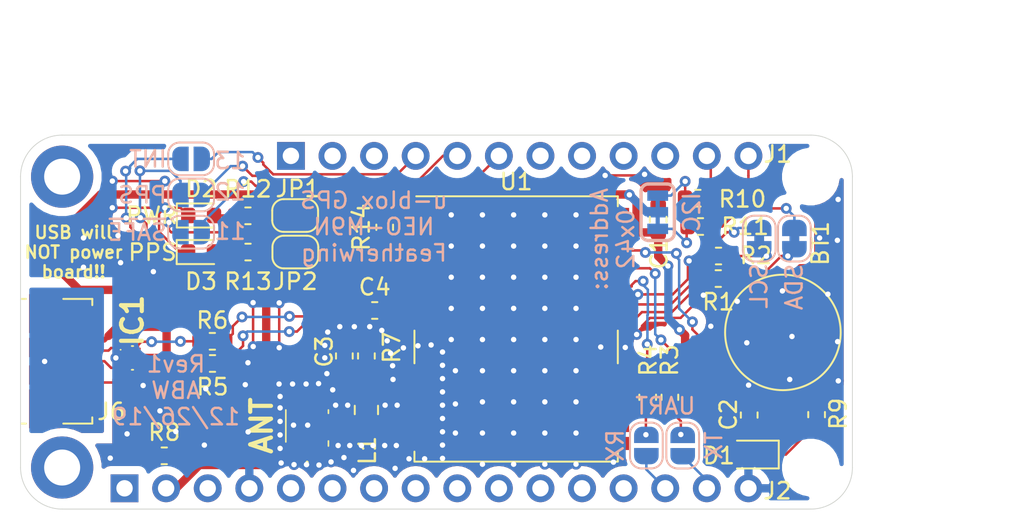
<source format=kicad_pcb>
(kicad_pcb (version 20171130) (host pcbnew "(5.1.4)-1")
  (layers (0 F.Cu signal) (31 B.Cu signal) (34 B.Paste user) (35 F.Paste user) (36 B.SilkS user) (37 F.SilkS user) (38 B.Mask user) (39 F.Mask user) (44 Edge.Cuts user))
  (net 0 "")
  (net 1 "Net-(U1-Pad17)")
  (net 2 "Net-(U1-Pad16)")
  (net 3 "Net-(U1-Pad15)")
  (net 4 "Net-(U1-Pad14)")
  (net 5 /SDA)
  (net 6 /5`)
  (net 7 /6)
  (net 8 /9`)
  (net 9 /10`)
  (net 10 /11`)
  (net 11 /12)
  (net 12 /13)
  (net 13 /USB)
  (net 14 /En)
  (net 15 /BAT)
  (net 16 GND)
  (net 17 /A5)
  (net 18 /A4)
  (net 19 /A3)
  (net 20 /A2)
  (net 21 /A1)
  (net 22 /A0)
  (net 23 /ARf)
  (net 24 +3V3)
  (net 25 /RST)
  (net 26 "Net-(R1-Pad2)")
  (net 27 "Net-(R2-Pad2)")
  (net 28 "Net-(R3-Pad2)")
  (net 29 "Net-(R4-Pad2)")
  (net 30 "Net-(R5-Pad1)")
  (net 31 "Net-(R6-Pad1)")
  (net 32 /D+)
  (net 33 /D-)
  (net 34 "Net-(R7-Pad1)")
  (net 35 /Backup)
  (net 36 "Net-(C3-Pad2)")
  (net 37 "Net-(D1-Pad1)")
  (net 38 /~RESET_GPS)
  (net 39 /INT)
  (net 40 /PPS)
  (net 41 /D_SEL)
  (net 42 /~SAFE)
  (net 43 "Net-(D2-Pad2)")
  (net 44 "Net-(D3-Pad2)")
  (net 45 "Net-(JP1-Pad2)")
  (net 46 "Net-(JP2-Pad2)")
  (net 47 /RF)
  (net 48 /Shield)
  (net 49 "Net-(J6-Pad4)")
  (net 50 "Net-(IC1-Pad5)")
  (net 51 "Net-(IC1-Pad3)")
  (net 52 "Net-(IC1-Pad1)")
  (net 53 /SCL)
  (net 54 /TX)
  (net 55 /RX)
  (net 56 "Net-(J2-Pad13)")
  (net 57 "Net-(J2-Pad12)")
  (net 58 "Net-(J2-Pad11)")
  (net 59 "Net-(JP6-Pad2)")
  (net 60 "Net-(JP7-Pad2)")
  (net 61 "Net-(JP8-Pad1)")
  (net 62 "Net-(JP9-Pad2)")
  (net 63 "Net-(JP3-Pad3)")
  (net 64 "Net-(JP3-Pad1)")
  (module RF_GPS:ublox_NEO (layer F.Cu) (at 158.9024 86.3473)
    (fp_text reference U1 (at 0 -9) (layer F.SilkS))
    (fp_text value NEO-M9N)
    (pad 24 smd rect (at 6 -7) (size 1.8 0.8) (layers F.Cu F.Paste F.Mask) (net 16 GND))
    (pad 23 smd rect (at 6 -5.9) (size 1.8 0.8) (layers F.Cu F.Paste F.Mask) (net 24 +3V3))
    (pad 22 smd rect (at 6 -4.8) (size 1.8 0.8) (layers F.Cu F.Paste F.Mask) (net 35 /Backup))
    (pad 21 smd rect (at 6 -3.7) (size 1.8 0.8) (layers F.Cu F.Paste F.Mask) (net 28 "Net-(R3-Pad2)"))
    (pad 20 smd rect (at 6 -2.6) (size 1.8 0.8) (layers F.Cu F.Paste F.Mask) (net 29 "Net-(R4-Pad2)"))
    (pad 19 smd rect (at 6 -1.5) (size 1.8 0.8) (layers F.Cu F.Paste F.Mask) (net 27 "Net-(R2-Pad2)"))
    (pad 18 smd rect (at 6 -0.4) (size 1.8 0.8) (layers F.Cu F.Paste F.Mask) (net 26 "Net-(R1-Pad2)"))
    (pad 17 smd rect (at 6 2.6) (size 1.8 0.8) (layers F.Cu F.Paste F.Mask) (net 1 "Net-(U1-Pad17)"))
    (pad 16 smd rect (at 6 3.7) (size 1.8 0.8) (layers F.Cu F.Paste F.Mask) (net 2 "Net-(U1-Pad16)"))
    (pad 15 smd rect (at 6 4.8) (size 1.8 0.8) (layers F.Cu F.Paste F.Mask) (net 3 "Net-(U1-Pad15)"))
    (pad 14 smd rect (at 6 5.9) (size 1.8 0.8) (layers F.Cu F.Paste F.Mask) (net 4 "Net-(U1-Pad14)"))
    (pad 13 smd rect (at 6 7) (size 1.8 0.8) (layers F.Cu F.Paste F.Mask) (net 16 GND))
    (pad 12 smd rect (at -6 7) (size 1.8 0.8) (layers F.Cu F.Paste F.Mask) (net 16 GND))
    (pad 11 smd rect (at -6 5.9) (size 1.8 0.8) (layers F.Cu F.Paste F.Mask) (net 47 /RF))
    (pad 10 smd rect (at -6 4.8) (size 1.8 0.8) (layers F.Cu F.Paste F.Mask) (net 16 GND))
    (pad 9 smd rect (at -6 3.7) (size 1.8 0.8) (layers F.Cu F.Paste F.Mask) (net 34 "Net-(R7-Pad1)"))
    (pad 8 smd rect (at -6 2.6) (size 1.8 0.8) (layers F.Cu F.Paste F.Mask) (net 38 /~RESET_GPS))
    (pad 7 smd rect (at -6 -0.4) (size 1.8 0.8) (layers F.Cu F.Paste F.Mask) (net 24 +3V3))
    (pad 6 smd rect (at -6 -1.5) (size 1.8 0.8) (layers F.Cu F.Paste F.Mask) (net 30 "Net-(R5-Pad1)"))
    (pad 5 smd rect (at -6 -2.6) (size 1.8 0.8) (layers F.Cu F.Paste F.Mask) (net 31 "Net-(R6-Pad1)"))
    (pad 4 smd rect (at -6 -3.7) (size 1.8 0.8) (layers F.Cu F.Paste F.Mask) (net 39 /INT))
    (pad 3 smd rect (at -6 -4.8) (size 1.8 0.8) (layers F.Cu F.Paste F.Mask) (net 40 /PPS))
    (pad 2 smd rect (at -6 -5.9) (size 1.8 0.8) (layers F.Cu F.Paste F.Mask) (net 41 /D_SEL))
    (pad 1 smd rect (at -6 -7) (size 1.8 0.8) (layers F.Cu F.Paste F.Mask) (net 42 /~SAFE))
  )
  (module Jumper:SMT-JUMPER_3_2-NC_TRACE_SILK (layer B.Cu) (at 167.54856 79.21244 270)
    (fp_text reference JP3)
    (fp_text value I2C (at 0 -1.48844 270) (layer B.SilkS) (effects (justify top mirror)))
    (fp_poly (pts (xy -0.7112 -0.127) (xy -0.3048 -0.127) (xy -0.3048 0.127) (xy -0.7112 0.127)) (layer B.Cu) (width 0))
    (fp_poly (pts (xy 0.3048 -0.127) (xy 0.7112 -0.127) (xy 0.7112 0.127) (xy 0.3048 0.127)) (layer B.Cu) (width 0))
    (pad 3 smd rect (at 1.016 0 270) (size 0.635 1.27) (layers B.Cu B.Mask) (net 63 "Net-(JP3-Pad3)"))
    (pad 2 smd rect (at 0 0 270) (size 0.635 1.27) (layers B.Cu B.Mask) (net 24 +3V3))
    (pad 1 smd rect (at -1.016 0 270) (size 0.635 1.27) (layers B.Cu B.Mask) (net 64 "Net-(JP3-Pad1)"))
  )
  (module SamacSys_Parts:74LVC1G27GM115 (layer F.Cu) (at 135.47344 88.11768 270)
    (fp_text reference IC1 (at -2.286 0.00508 270) (layer F.SilkS) (effects (font (size 1.27 1.27) (thickness 0.254))))
    (fp_text value PRTR5V0U2F,115)
    (pad 6 smd rect (at -0.5 -0.337 270) (size 0.25 0.325) (layers F.Cu F.Paste F.Mask) (net 33 /D-))
    (pad 5 smd rect (at 0 -0.337 270) (size 0.25 0.325) (layers F.Cu F.Paste F.Mask) (net 50 "Net-(IC1-Pad5)"))
    (pad 4 smd rect (at 0.5 -0.337 270) (size 0.25 0.325) (layers F.Cu F.Paste F.Mask) (net 32 /D+))
    (pad 3 smd rect (at 0.5 0.337 270) (size 0.25 0.325) (layers F.Cu F.Paste F.Mask) (net 51 "Net-(IC1-Pad3)"))
    (pad 2 smd rect (at 0 0.337 270) (size 0.25 0.325) (layers F.Cu F.Paste F.Mask) (net 16 GND))
    (pad 1 smd rect (at -0.5 0.337 270) (size 0.25 0.325) (layers F.Cu F.Paste F.Mask) (net 52 "Net-(IC1-Pad1)"))
  )
  (module SamacSys_Parts:UFLRSMT10 (layer F.Cu) (at 146.1389 92.2528 90)
    (fp_text reference ANT1)
    (fp_text value ANT (at -0.00508 -2.7813 90) (layer F.SilkS) (effects (font (size 1.27 1.27) (thickness 0.254))))
    (pad 3 smd rect (at 0 1.525 90) (size 1 1.05) (layers F.Cu F.Paste F.Mask) (net 47 /RF))
    (pad 2 smd rect (at 1.475 0 90) (size 1.05 2.2) (layers F.Cu F.Paste F.Mask) (net 16 GND))
    (pad 1 smd rect (at -1.475 0 90) (size 1.05 2.2) (layers F.Cu F.Paste F.Mask) (net 16 GND))
  )
  (module Jumper:SolderJumper-2_P1.3mm_Open_RoundedPad1.0x1.5mm (layer B.Cu) (at 139.05484 80.43164)
    (fp_text reference JP12)
    (fp_text value ~SAFE (at -3.28168 0.00508) (layer B.SilkS) (effects (justify mirror)))
    (pad 2 smd custom (at 0.65 0) (size 1 0.5) (layers B.Cu B.Mask) (net 10 /11`) (options (clearance outline) (anchor rect)) (primitives (gr_circle (center 0 -0.25) (end 0.5 -0.25) (width 0)) (gr_circle (center 0 0.25) (end 0.5 0.25) (width 0)) (gr_poly (pts (xy 0 0.75) (xy -0.5 0.75) (xy -0.5 -0.75) (xy 0 -0.75)) (width 0))))
    (pad 1 smd custom (at -0.65 0) (size 1 0.5) (layers B.Cu B.Mask) (net 42 /~SAFE) (options (clearance outline) (anchor rect)) (primitives (gr_circle (center 0 -0.25) (end 0.5 -0.25) (width 0)) (gr_circle (center 0 0.25) (end 0.5 0.25) (width 0)) (gr_poly (pts (xy 0 0.75) (xy 0.5 0.75) (xy 0.5 -0.75) (xy 0 -0.75)) (width 0))))
  )
  (module Jumper:SolderJumper-2_P1.3mm_Open_RoundedPad1.0x1.5mm (layer B.Cu) (at 139.05484 78.1558)
    (fp_text reference JP11)
    (fp_text value PPS (at -2.972156 0.00508) (layer B.SilkS) (effects (justify mirror)))
    (pad 2 smd custom (at 0.65 0) (size 1 0.5) (layers B.Cu B.Mask) (net 11 /12) (options (clearance outline) (anchor rect)) (primitives (gr_circle (center 0 -0.25) (end 0.5 -0.25) (width 0)) (gr_circle (center 0 0.25) (end 0.5 0.25) (width 0)) (gr_poly (pts (xy 0 0.75) (xy -0.5 0.75) (xy -0.5 -0.75) (xy 0 -0.75)) (width 0))))
    (pad 1 smd custom (at -0.65 0) (size 1 0.5) (layers B.Cu B.Mask) (net 40 /PPS) (options (clearance outline) (anchor rect)) (primitives (gr_circle (center 0 -0.25) (end 0.5 -0.25) (width 0)) (gr_circle (center 0 0.25) (end 0.5 0.25) (width 0)) (gr_poly (pts (xy 0 0.75) (xy 0.5 0.75) (xy 0.5 -0.75) (xy 0 -0.75)) (width 0))))
  )
  (module Jumper:SolderJumper-2_P1.3mm_Open_RoundedPad1.0x1.5mm (layer B.Cu) (at 139.05484 75.95108)
    (fp_text reference JP10)
    (fp_text value INT (at -2.638822 0.01016) (layer B.SilkS) (effects (justify mirror)))
    (pad 2 smd custom (at 0.65 0) (size 1 0.5) (layers B.Cu B.Mask) (net 12 /13) (options (clearance outline) (anchor rect)) (primitives (gr_circle (center 0 -0.25) (end 0.5 -0.25) (width 0)) (gr_circle (center 0 0.25) (end 0.5 0.25) (width 0)) (gr_poly (pts (xy 0 0.75) (xy -0.5 0.75) (xy -0.5 -0.75) (xy 0 -0.75)) (width 0))))
    (pad 1 smd custom (at -0.65 0) (size 1 0.5) (layers B.Cu B.Mask) (net 39 /INT) (options (clearance outline) (anchor rect)) (primitives (gr_circle (center 0 -0.25) (end 0.5 -0.25) (width 0)) (gr_circle (center 0 0.25) (end 0.5 0.25) (width 0)) (gr_poly (pts (xy 0 0.75) (xy 0.5 0.75) (xy 0.5 -0.75) (xy 0 -0.75)) (width 0))))
  )
  (module Jumper:SolderJumper-2_P1.3mm_Open_RoundedPad1.0x1.5mm (layer B.Cu) (at 166.85514 93.472 90)
    (fp_text reference JP9)
    (fp_text value RX (at 0 -1.9 90) (layer B.SilkS) (effects (justify mirror)))
    (pad 2 smd custom (at 0.65 0 90) (size 1 0.5) (layers B.Cu B.Mask) (net 62 "Net-(JP9-Pad2)") (options (clearance outline) (anchor rect)) (primitives (gr_circle (center 0 -0.25) (end 0.5 -0.25) (width 0)) (gr_circle (center 0 0.25) (end 0.5 0.25) (width 0)) (gr_poly (pts (xy 0 0.75) (xy -0.5 0.75) (xy -0.5 -0.75) (xy 0 -0.75)) (width 0))))
    (pad 1 smd custom (at -0.65 0 90) (size 1 0.5) (layers B.Cu B.Mask) (net 55 /RX) (options (clearance outline) (anchor rect)) (primitives (gr_circle (center 0 -0.25) (end 0.5 -0.25) (width 0)) (gr_circle (center 0 0.25) (end 0.5 0.25) (width 0)) (gr_poly (pts (xy 0 0.75) (xy 0.5 0.75) (xy 0.5 -0.75) (xy 0 -0.75)) (width 0))))
  )
  (module Jumper:SolderJumper-2_P1.3mm_Open_RoundedPad1.0x1.5mm (layer B.Cu) (at 169.0751 93.47708 270)
    (fp_text reference JP8)
    (fp_text value TX (at 0 -1.9 90) (layer B.SilkS) (effects (justify mirror)))
    (pad 2 smd custom (at 0.65 0 270) (size 1 0.5) (layers B.Cu B.Mask) (net 54 /TX) (options (clearance outline) (anchor rect)) (primitives (gr_circle (center 0 -0.25) (end 0.5 -0.25) (width 0)) (gr_circle (center 0 0.25) (end 0.5 0.25) (width 0)) (gr_poly (pts (xy 0 0.75) (xy -0.5 0.75) (xy -0.5 -0.75) (xy 0 -0.75)) (width 0))))
    (pad 1 smd custom (at -0.65 0 270) (size 1 0.5) (layers B.Cu B.Mask) (net 61 "Net-(JP8-Pad1)") (options (clearance outline) (anchor rect)) (primitives (gr_circle (center 0 -0.25) (end 0.5 -0.25) (width 0)) (gr_circle (center 0 0.25) (end 0.5 0.25) (width 0)) (gr_poly (pts (xy 0 0.75) (xy 0.5 0.75) (xy 0.5 -0.75) (xy 0 -0.75)) (width 0))))
  )
  (module Jumper:SolderJumper-2_P1.3mm_Bridged_RoundedPad1.0x1.5mm (layer B.Cu) (at 173.74616 80.8228 270)
    (fp_text reference JP7)
    (fp_text value SCL (at 2.8956 0.01016 90) (layer B.SilkS) (effects (justify mirror)))
    (fp_poly (pts (xy 0.25 0.3) (xy -0.25 0.3) (xy -0.25 -0.3) (xy 0.25 -0.3)) (layer B.Cu) (width 0))
    (pad 1 smd custom (at -0.65 0 270) (size 1 0.5) (layers B.Cu B.Mask) (net 53 /SCL) (options (clearance outline) (anchor rect)) (primitives (gr_circle (center 0 -0.25) (end 0.5 -0.25) (width 0)) (gr_circle (center 0 0.25) (end 0.5 0.25) (width 0)) (gr_poly (pts (xy 0 0.75) (xy 0.5 0.75) (xy 0.5 -0.75) (xy 0 -0.75)) (width 0))))
    (pad 2 smd custom (at 0.65 0 270) (size 1 0.5) (layers B.Cu B.Mask) (net 60 "Net-(JP7-Pad2)") (options (clearance outline) (anchor rect)) (primitives (gr_circle (center 0 -0.25) (end 0.5 -0.25) (width 0)) (gr_circle (center 0 0.25) (end 0.5 0.25) (width 0)) (gr_poly (pts (xy 0 0.75) (xy -0.5 0.75) (xy -0.5 -0.75) (xy 0 -0.75)) (width 0))))
  )
  (module Jumper:SolderJumper-2_P1.3mm_Bridged_RoundedPad1.0x1.5mm (layer B.Cu) (at 175.895 80.8228 270)
    (fp_text reference JP6)
    (fp_text value SDA (at 2.9591 0.0127 90) (layer B.SilkS) (effects (justify mirror)))
    (fp_poly (pts (xy 0.25 0.3) (xy -0.25 0.3) (xy -0.25 -0.3) (xy 0.25 -0.3)) (layer B.Cu) (width 0))
    (pad 1 smd custom (at -0.65 0 270) (size 1 0.5) (layers B.Cu B.Mask) (net 5 /SDA) (options (clearance outline) (anchor rect)) (primitives (gr_circle (center 0 -0.25) (end 0.5 -0.25) (width 0)) (gr_circle (center 0 0.25) (end 0.5 0.25) (width 0)) (gr_poly (pts (xy 0 0.75) (xy 0.5 0.75) (xy 0.5 -0.75) (xy 0 -0.75)) (width 0))))
    (pad 2 smd custom (at 0.65 0 270) (size 1 0.5) (layers B.Cu B.Mask) (net 59 "Net-(JP6-Pad2)") (options (clearance outline) (anchor rect)) (primitives (gr_circle (center 0 -0.25) (end 0.5 -0.25) (width 0)) (gr_circle (center 0 0.25) (end 0.5 0.25) (width 0)) (gr_poly (pts (xy 0 0.75) (xy -0.5 0.75) (xy -0.5 -0.75) (xy 0 -0.75)) (width 0))))
  )
  (module Connector_USB:USB_Micro-B_Molex_47346-0001 (layer F.Cu) (at 131.30784 88.32088 270)
    (fp_text reference J6 (at 3.07848 -2.87528) (layer F.SilkS))
    (fp_text value USB_B_Micro)
    (pad 6 smd rect (at 0.84 1.2 270) (size 1.175 1.9) (layers F.Cu F.Paste F.Mask) (net 48 /Shield))
    (pad 6 smd rect (at -0.84 1.2 270) (size 1.175 1.9) (layers F.Cu F.Paste F.Mask) (net 48 /Shield))
    (pad 6 smd rect (at 2.91 1.2 270) (size 2.375 1.9) (layers F.Cu F.Paste F.Mask) (net 48 /Shield))
    (pad 6 smd rect (at -2.91 1.2 270) (size 2.375 1.9) (layers F.Cu F.Paste F.Mask) (net 48 /Shield))
    (pad 6 smd rect (at 2.4625 -1.1 270) (size 1.475 2.1) (layers F.Cu F.Paste F.Mask) (net 48 /Shield))
    (pad 6 smd rect (at -2.4625 -1.1 270) (size 1.475 2.1) (layers F.Cu F.Paste F.Mask) (net 48 /Shield))
    (pad 5 smd rect (at 1.3 -1.46 270) (size 0.45 1.38) (layers F.Cu F.Paste F.Mask) (net 16 GND))
    (pad 4 smd rect (at 0.65 -1.46 270) (size 0.45 1.38) (layers F.Cu F.Paste F.Mask) (net 49 "Net-(J6-Pad4)"))
    (pad 3 smd rect (at 0 -1.46 270) (size 0.45 1.38) (layers F.Cu F.Paste F.Mask) (net 51 "Net-(IC1-Pad3)"))
    (pad 2 smd rect (at -0.65 -1.46 270) (size 0.45 1.38) (layers F.Cu F.Paste F.Mask) (net 52 "Net-(IC1-Pad1)"))
    (pad 1 smd rect (at -1.3 -1.46 270) (size 0.45 1.38) (layers F.Cu F.Paste F.Mask) (net 50 "Net-(IC1-Pad5)"))
  )
  (module Resistor_SMD:R_0603_1608Metric (layer F.Cu) (at 150.876 80.13192 90)
    (fp_text reference R14 (at 0 -1.43 90) (layer F.SilkS))
    (fp_text value 10k)
    (pad 2 smd roundrect (at 0.7875 0 90) (size 0.875 0.95) (layers F.Cu F.Paste F.Mask) (net 24 +3V3))
    (pad 1 smd roundrect (at -0.7875 0 90) (size 0.875 0.95) (layers F.Cu F.Paste F.Mask) (net 41 /D_SEL))
  )
  (module Resistor_SMD:R_0603_1608Metric (layer F.Cu) (at 142.52972 81.64576)
    (fp_text reference R13 (at -0.00016 1.8) (layer F.SilkS))
    (fp_text value 1k)
    (pad 2 smd roundrect (at 0.7875 0) (size 0.875 0.95) (layers F.Cu F.Paste F.Mask) (net 46 "Net-(JP2-Pad2)"))
    (pad 1 smd roundrect (at -0.7875 0) (size 0.875 0.95) (layers F.Cu F.Paste F.Mask) (net 44 "Net-(D3-Pad2)"))
  )
  (module Resistor_SMD:R_0603_1608Metric (layer F.Cu) (at 142.52448 79.43088)
    (fp_text reference R12 (at -0.00056 -1.6383) (layer F.SilkS))
    (fp_text value 1k)
    (pad 2 smd roundrect (at 0.7875 0) (size 0.875 0.95) (layers F.Cu F.Paste F.Mask) (net 45 "Net-(JP1-Pad2)"))
    (pad 1 smd roundrect (at -0.7875 0) (size 0.875 0.95) (layers F.Cu F.Paste F.Mask) (net 43 "Net-(D2-Pad2)"))
  )
  (module Resistor_SMD:R_0603_1608Metric (layer F.Cu) (at 170.15968 80.0862 180)
    (fp_text reference R11 (at -2.72796 0.00508) (layer F.SilkS))
    (fp_text value 2.2k)
    (pad 2 smd roundrect (at 0.7875 0 180) (size 0.875 0.95) (layers F.Cu F.Paste F.Mask) (net 63 "Net-(JP3-Pad3)"))
    (pad 1 smd roundrect (at -0.7875 0 180) (size 0.875 0.95) (layers F.Cu F.Paste F.Mask) (net 5 /SDA))
  )
  (module Resistor_SMD:R_0603_1608Metric (layer F.Cu) (at 170.0022 78.35392 180)
    (fp_text reference R10 (at -2.7178 -0.05588) (layer F.SilkS))
    (fp_text value 2.2k)
    (pad 2 smd roundrect (at 0.7875 0 180) (size 0.875 0.95) (layers F.Cu F.Paste F.Mask) (net 64 "Net-(JP3-Pad1)"))
    (pad 1 smd roundrect (at -0.7875 0 180) (size 0.875 0.95) (layers F.Cu F.Paste F.Mask) (net 53 /SCL))
  )
  (module Resistor_SMD:R_0603_1608Metric (layer F.Cu) (at 177.25136 91.58478 270)
    (fp_text reference R9 (at -0.0508 -1.3208 90) (layer F.SilkS))
    (fp_text value 1k)
    (pad 2 smd roundrect (at 0.7875 0 270) (size 0.875 0.95) (layers F.Cu F.Paste F.Mask) (net 37 "Net-(D1-Pad1)"))
    (pad 1 smd roundrect (at -0.7875 0 270) (size 0.875 0.95) (layers F.Cu F.Paste F.Mask) (net 35 /Backup))
  )
  (module Resistor_SMD:R_0603_1608Metric (layer F.Cu) (at 137.414 94.10192)
    (fp_text reference R8 (at 0 -1.43) (layer F.SilkS))
    (fp_text value 100k)
    (pad 2 smd roundrect (at 0.7875 0) (size 0.875 0.95) (layers F.Cu F.Paste F.Mask) (net 24 +3V3))
    (pad 1 smd roundrect (at -0.7875 0) (size 0.875 0.95) (layers F.Cu F.Paste F.Mask) (net 16 GND))
  )
  (module Resistor_SMD:R_0603_1608Metric (layer F.Cu) (at 149.7584 87.9983 270)
    (fp_text reference R7 (at -0.5207 -1.5494 90) (layer F.SilkS))
    (fp_text value 10)
    (pad 2 smd roundrect (at 0.7875 0 270) (size 0.875 0.95) (layers F.Cu F.Paste F.Mask) (net 36 "Net-(C3-Pad2)"))
    (pad 1 smd roundrect (at -0.7875 0 270) (size 0.875 0.95) (layers F.Cu F.Paste F.Mask) (net 34 "Net-(R7-Pad1)"))
  )
  (module Resistor_SMD:R_0603_1608Metric (layer F.Cu) (at 140.35024 87.10168 180)
    (fp_text reference R6 (at 0 1.2827) (layer F.SilkS))
    (fp_text value 27)
    (pad 2 smd roundrect (at 0.7875 0 180) (size 0.875 0.95) (layers F.Cu F.Paste F.Mask) (net 33 /D-))
    (pad 1 smd roundrect (at -0.7875 0 180) (size 0.875 0.95) (layers F.Cu F.Paste F.Mask) (net 31 "Net-(R6-Pad1)"))
  )
  (module Resistor_SMD:R_0603_1608Metric (layer F.Cu) (at 140.3604 88.45804 180)
    (fp_text reference R5 (at 0 -1.43) (layer F.SilkS))
    (fp_text value 27)
    (pad 2 smd roundrect (at 0.7875 0 180) (size 0.875 0.95) (layers F.Cu F.Paste F.Mask) (net 32 /D+))
    (pad 1 smd roundrect (at -0.7875 0 180) (size 0.875 0.95) (layers F.Cu F.Paste F.Mask) (net 30 "Net-(R5-Pad1)"))
  )
  (module Resistor_SMD:R_0603_1608Metric (layer F.Cu) (at 166.93642 90.5256 90)
    (fp_text reference R4 (at 2.2606 0.03048 90) (layer F.SilkS))
    (fp_text value 33)
    (pad 2 smd roundrect (at 0.7875 0 90) (size 0.875 0.95) (layers F.Cu F.Paste F.Mask) (net 29 "Net-(R4-Pad2)"))
    (pad 1 smd roundrect (at -0.7875 0 90) (size 0.875 0.95) (layers F.Cu F.Paste F.Mask) (net 62 "Net-(JP9-Pad2)"))
  )
  (module Resistor_SMD:R_0603_1608Metric (layer F.Cu) (at 168.29278 90.5256 90)
    (fp_text reference R3 (at 2.2606 -0.01778 90) (layer F.SilkS))
    (fp_text value 33)
    (pad 2 smd roundrect (at 0.7875 0 90) (size 0.875 0.95) (layers F.Cu F.Paste F.Mask) (net 28 "Net-(R3-Pad2)"))
    (pad 1 smd roundrect (at -0.7875 0 90) (size 0.875 0.95) (layers F.Cu F.Paste F.Mask) (net 61 "Net-(JP8-Pad1)"))
  )
  (module Resistor_SMD:R_0603_1608Metric (layer F.Cu) (at 171.26204 81.8896 180)
    (fp_text reference R2 (at -2.27584 0.0254) (layer F.SilkS))
    (fp_text value 33)
    (pad 2 smd roundrect (at 0.7875 0 180) (size 0.875 0.95) (layers F.Cu F.Paste F.Mask) (net 27 "Net-(R2-Pad2)"))
    (pad 1 smd roundrect (at -0.7875 0 180) (size 0.875 0.95) (layers F.Cu F.Paste F.Mask) (net 60 "Net-(JP7-Pad2)"))
  )
  (module Resistor_SMD:R_0603_1608Metric (layer F.Cu) (at 171.2468 83.26628 180)
    (fp_text reference R1 (at 0 -1.43) (layer F.SilkS))
    (fp_text value 33)
    (pad 2 smd roundrect (at 0.7875 0 180) (size 0.875 0.95) (layers F.Cu F.Paste F.Mask) (net 26 "Net-(R1-Pad2)"))
    (pad 1 smd roundrect (at -0.7875 0 180) (size 0.875 0.95) (layers F.Cu F.Paste F.Mask) (net 59 "Net-(JP6-Pad2)"))
  )
  (module Capacitor_SMD:C_0603_1608Metric (layer F.Cu) (at 150.2664 85.217)
    (fp_text reference C4 (at 0 -1.43) (layer F.SilkS))
    (fp_text value 1uF)
    (pad 2 smd roundrect (at 0.7875 0) (size 0.875 0.95) (layers F.Cu F.Paste F.Mask) (net 24 +3V3))
    (pad 1 smd roundrect (at -0.7875 0) (size 0.875 0.95) (layers F.Cu F.Paste F.Mask) (net 16 GND))
  )
  (module Capacitor_SMD:C_0603_1608Metric (layer F.Cu) (at 148.4122 87.9983 270)
    (fp_text reference C3 (at -0.2667 1.2319 90) (layer F.SilkS))
    (fp_text value 47pF)
    (pad 2 smd roundrect (at 0.7875 0 270) (size 0.875 0.95) (layers F.Cu F.Paste F.Mask) (net 36 "Net-(C3-Pad2)"))
    (pad 1 smd roundrect (at -0.7875 0 270) (size 0.875 0.95) (layers F.Cu F.Paste F.Mask) (net 16 GND))
  )
  (module Capacitor_SMD:C_0603_1608Metric (layer F.Cu) (at 173.13656 91.61018 270)
    (fp_text reference C2 (at -0.0254 1.27 90) (layer F.SilkS))
    (fp_text value 1uF)
    (pad 2 smd roundrect (at 0.7875 0 270) (size 0.875 0.95) (layers F.Cu F.Paste F.Mask) (net 35 /Backup))
    (pad 1 smd roundrect (at -0.7875 0 270) (size 0.875 0.95) (layers F.Cu F.Paste F.Mask) (net 16 GND))
  )
  (module Capacitor_SMD:C_0603_1608Metric (layer F.Cu) (at 167.57904 79.6544 270)
    (fp_text reference C1 (at 2.07772 -0.05588 90) (layer F.SilkS))
    (fp_text value 1uF)
    (pad 2 smd roundrect (at 0.7875 0 270) (size 0.875 0.95) (layers F.Cu F.Paste F.Mask) (net 24 +3V3))
    (pad 1 smd roundrect (at -0.7875 0 270) (size 0.875 0.95) (layers F.Cu F.Paste F.Mask) (net 16 GND))
  )
  (module Jumper:SolderJumper-2_P1.3mm_Bridged_RoundedPad1.0x1.5mm (layer F.Cu) (at 145.42008 81.64576 180)
    (fp_text reference JP2 (at 0 -1.8) (layer F.SilkS))
    (fp_text value PPS1)
    (fp_poly (pts (xy 0.25 -0.3) (xy -0.25 -0.3) (xy -0.25 0.3) (xy 0.25 0.3)) (layer F.Cu) (width 0))
    (pad 1 smd custom (at -0.65 0 180) (size 1 0.5) (layers F.Cu F.Mask) (net 40 /PPS) (options (clearance outline) (anchor rect)) (primitives (gr_circle (center 0 0.25) (end 0.5 0.25) (width 0)) (gr_circle (center 0 -0.25) (end 0.5 -0.25) (width 0)) (gr_poly (pts (xy 0 -0.75) (xy 0.5 -0.75) (xy 0.5 0.75) (xy 0 0.75)) (width 0))))
    (pad 2 smd custom (at 0.65 0 180) (size 1 0.5) (layers F.Cu F.Mask) (net 46 "Net-(JP2-Pad2)") (options (clearance outline) (anchor rect)) (primitives (gr_circle (center 0 0.25) (end 0.5 0.25) (width 0)) (gr_circle (center 0 -0.25) (end 0.5 -0.25) (width 0)) (gr_poly (pts (xy 0 -0.75) (xy -0.5 -0.75) (xy -0.5 0.75) (xy 0 0.75)) (width 0))))
  )
  (module Jumper:SolderJumper-2_P1.3mm_Bridged_RoundedPad1.0x1.5mm (layer F.Cu) (at 145.40738 79.4131 180)
    (fp_text reference JP1 (at -0.1651 1.6383) (layer F.SilkS))
    (fp_text value PWR1)
    (fp_poly (pts (xy 0.25 -0.3) (xy -0.25 -0.3) (xy -0.25 0.3) (xy 0.25 0.3)) (layer F.Cu) (width 0))
    (pad 1 smd custom (at -0.65 0 180) (size 1 0.5) (layers F.Cu F.Mask) (net 24 +3V3) (options (clearance outline) (anchor rect)) (primitives (gr_circle (center 0 0.25) (end 0.5 0.25) (width 0)) (gr_circle (center 0 -0.25) (end 0.5 -0.25) (width 0)) (gr_poly (pts (xy 0 -0.75) (xy 0.5 -0.75) (xy 0.5 0.75) (xy 0 0.75)) (width 0))))
    (pad 2 smd custom (at 0.65 0 180) (size 1 0.5) (layers F.Cu F.Mask) (net 45 "Net-(JP1-Pad2)") (options (clearance outline) (anchor rect)) (primitives (gr_circle (center 0 0.25) (end 0.5 0.25) (width 0)) (gr_circle (center 0 -0.25) (end 0.5 -0.25) (width 0)) (gr_poly (pts (xy 0 -0.75) (xy -0.5 -0.75) (xy -0.5 0.75) (xy 0 0.75)) (width 0))))
  )
  (module LED_SMD:LED_0603_1608Metric (layer F.Cu) (at 139.65936 81.64576)
    (fp_text reference D3 (at 0 1.8) (layer F.SilkS))
    (fp_text value BLUE)
    (pad 2 smd roundrect (at 0.7875 0) (size 0.875 0.95) (layers F.Cu F.Paste F.Mask) (net 44 "Net-(D3-Pad2)"))
    (pad 1 smd roundrect (at -0.7875 0) (size 0.875 0.95) (layers F.Cu F.Paste F.Mask) (net 16 GND))
  )
  (module LED_SMD:LED_0603_1608Metric (layer F.Cu) (at 139.66698 79.4131)
    (fp_text reference D2 (at 0.00254 -1.6383) (layer F.SilkS))
    (fp_text value RED)
    (pad 2 smd roundrect (at 0.7875 0) (size 0.875 0.95) (layers F.Cu F.Paste F.Mask) (net 43 "Net-(D2-Pad2)"))
    (pad 1 smd roundrect (at -0.7875 0) (size 0.875 0.95) (layers F.Cu F.Paste F.Mask) (net 16 GND))
  )
  (module Diode_SMD:D_SOD-323F (layer F.Cu) (at 173.44136 94.02318 180)
    (fp_text reference D1 (at 2.159 -0.0762) (layer F.SilkS))
    (fp_text value D_Schottky)
    (pad 2 smd rect (at 1.1 0 180) (size 0.5 0.5) (layers F.Cu F.Paste F.Mask) (net 24 +3V3))
    (pad 1 smd rect (at -1.1 0 180) (size 0.5 0.5) (layers F.Cu F.Paste F.Mask) (net 37 "Net-(D1-Pad1)"))
  )
  (module Battery:BatteryHolder_Seiko_MS621F (layer F.Cu) (at 175.19396 91.55938 270)
    (fp_text reference BT1 (at -10.4394 -2.286 90) (layer F.SilkS))
    (fp_text value Battery_Cell)
    (pad 2 smd rect (at 0 0.75 270) (size 2 0.8) (layers F.Cu F.Paste F.Mask) (net 16 GND))
    (pad 1 smd rect (at 0 -0.75 270) (size 2 0.8) (layers F.Cu F.Paste F.Mask) (net 35 /Backup))
  )
  (module Inductor_SMD:L_0805_2012Metric (layer F.Cu) (at 149.7584 91.3003 90)
    (fp_text reference L1 (at -2.4765 0.0635 90) (layer F.SilkS))
    (fp_text value 27nH)
    (pad 2 smd roundrect (at 0.9375 0 90) (size 0.975 1.4) (layers F.Cu F.Paste F.Mask) (net 36 "Net-(C3-Pad2)"))
    (pad 1 smd roundrect (at -0.9375 0 90) (size 0.975 1.4) (layers F.Cu F.Paste F.Mask) (net 47 /RF))
  )
  (module MountingHole:MountingHole_2.5mm (layer F.Cu) (at 176.8983 77.0382)
    (fp_text reference ~ (at -0.0254 0) (layer F.SilkS))
    (fp_text value MountingHole_2.5mm)
    (pad 1 np_thru_hole circle (at 0 0) (size 2.5 2.5) (drill 2.5) (layers *.Cu *.Mask))
  )
  (module MountingHole:MountingHole_2.5mm (layer F.Cu) (at 176.8983 94.8182)
    (fp_text reference ~ (at 0.3556 0.0254) (layer F.SilkS))
    (fp_text value MountingHole_2.5mm)
    (pad 1 np_thru_hole circle (at 0 0) (size 2.5 2.5) (drill 2.5) (layers *.Cu *.Mask))
  )
  (module MountingHole:MountingHole_2.2mm_M2_DIN965_Pad (layer F.Cu) (at 131.1783 94.8182)
    (fp_text reference REF**)
    (fp_text value MountingHole_2.2mm_M2_DIN965_Pad)
    (pad 1 thru_hole circle (at 0 0) (size 3.8 3.8) (drill 2.2) (layers *.Cu *.Mask))
  )
  (module MountingHole:MountingHole_2.2mm_M2_DIN965_Pad (layer F.Cu) (at 131.1783 77.0382)
    (fp_text reference REF**)
    (fp_text value MountingHole_2.2mm_M2_DIN965_Pad)
    (pad 1 thru_hole circle (at 0 0) (size 3.8 3.8) (drill 2.2) (layers *.Cu *.Mask))
  )
  (module Connector_PinHeader_2.54mm:PinHeader_1x12_P2.54mm_Vertical (layer F.Cu) (at 145.1483 75.7682 90)
    (fp_text reference J1 (at 0.1016 29.7307 180) (layer F.SilkS))
    (fp_text value ~)
    (pad 12 thru_hole oval (at 0 27.94 90) (size 1.7 1.7) (drill 1) (layers *.Cu *.Mask) (net 5 /SDA))
    (pad 11 thru_hole oval (at 0 25.4 90) (size 1.7 1.7) (drill 1) (layers *.Cu *.Mask) (net 53 /SCL))
    (pad 10 thru_hole oval (at 0 22.86 90) (size 1.7 1.7) (drill 1) (layers *.Cu *.Mask) (net 6 /5`))
    (pad 9 thru_hole oval (at 0 20.32 90) (size 1.7 1.7) (drill 1) (layers *.Cu *.Mask) (net 7 /6))
    (pad 8 thru_hole oval (at 0 17.78 90) (size 1.7 1.7) (drill 1) (layers *.Cu *.Mask) (net 8 /9`))
    (pad 7 thru_hole oval (at 0 15.24 90) (size 1.7 1.7) (drill 1) (layers *.Cu *.Mask) (net 9 /10`))
    (pad 6 thru_hole oval (at 0 12.7 90) (size 1.7 1.7) (drill 1) (layers *.Cu *.Mask) (net 10 /11`))
    (pad 5 thru_hole oval (at 0 10.16 90) (size 1.7 1.7) (drill 1) (layers *.Cu *.Mask) (net 11 /12))
    (pad 4 thru_hole oval (at 0 7.62 90) (size 1.7 1.7) (drill 1) (layers *.Cu *.Mask) (net 12 /13))
    (pad 3 thru_hole oval (at 0 5.08 90) (size 1.7 1.7) (drill 1) (layers *.Cu *.Mask) (net 13 /USB))
    (pad 2 thru_hole oval (at 0 2.54 90) (size 1.7 1.7) (drill 1) (layers *.Cu *.Mask) (net 14 /En))
    (pad 1 thru_hole rect (at 0 0 90) (size 1.7 1.7) (drill 1) (layers *.Cu *.Mask) (net 15 /BAT))
  )
  (module Connector_PinHeader_2.54mm:PinHeader_1x16_P2.54mm_Vertical (layer F.Cu) (at 134.9883 96.0882 90)
    (fp_text reference J2 (at -0.15748 39.87038 180) (layer F.SilkS))
    (fp_text value ~)
    (pad 16 thru_hole oval (at 0 38.1 90) (size 1.7 1.7) (drill 1) (layers *.Cu *.Mask) (net 16 GND))
    (pad 15 thru_hole oval (at 0 35.56 90) (size 1.7 1.7) (drill 1) (layers *.Cu *.Mask) (net 54 /TX))
    (pad 14 thru_hole oval (at 0 33.02 90) (size 1.7 1.7) (drill 1) (layers *.Cu *.Mask) (net 55 /RX))
    (pad 13 thru_hole oval (at 0 30.48 90) (size 1.7 1.7) (drill 1) (layers *.Cu *.Mask) (net 56 "Net-(J2-Pad13)"))
    (pad 12 thru_hole oval (at 0 27.94 90) (size 1.7 1.7) (drill 1) (layers *.Cu *.Mask) (net 57 "Net-(J2-Pad12)"))
    (pad 11 thru_hole oval (at 0 25.4 90) (size 1.7 1.7) (drill 1) (layers *.Cu *.Mask) (net 58 "Net-(J2-Pad11)"))
    (pad 10 thru_hole oval (at 0 22.86 90) (size 1.7 1.7) (drill 1) (layers *.Cu *.Mask) (net 17 /A5))
    (pad 9 thru_hole oval (at 0 20.32 90) (size 1.7 1.7) (drill 1) (layers *.Cu *.Mask) (net 18 /A4))
    (pad 8 thru_hole oval (at 0 17.78 90) (size 1.7 1.7) (drill 1) (layers *.Cu *.Mask) (net 19 /A3))
    (pad 7 thru_hole oval (at 0 15.24 90) (size 1.7 1.7) (drill 1) (layers *.Cu *.Mask) (net 20 /A2))
    (pad 6 thru_hole oval (at 0 12.7 90) (size 1.7 1.7) (drill 1) (layers *.Cu *.Mask) (net 21 /A1))
    (pad 5 thru_hole oval (at 0 10.16 90) (size 1.7 1.7) (drill 1) (layers *.Cu *.Mask) (net 22 /A0))
    (pad 4 thru_hole oval (at 0 7.62 90) (size 1.7 1.7) (drill 1) (layers *.Cu *.Mask) (net 16 GND))
    (pad 3 thru_hole oval (at 0 5.08 90) (size 1.7 1.7) (drill 1) (layers *.Cu *.Mask) (net 23 /ARf))
    (pad 2 thru_hole oval (at 0 2.54 90) (size 1.7 1.7) (drill 1) (layers *.Cu *.Mask) (net 24 +3V3))
    (pad 1 thru_hole rect (at 0 0 90) (size 1.7 1.7) (drill 1) (layers *.Cu *.Mask) (net 25 /RST))
  )
  (gr_text "Rev1\nABW\n12/26/19" (at 138.1252 90.1065) (layer B.SilkS) (effects (font (size 1 1)) (justify mirror)))
  (gr_text "u-blox GPS\nNEO-M9N\nFeatherwing" (at 150.2156 80.0989) (layer B.SilkS) (effects (font (size 1 1)) (justify mirror)))
  (gr_text "Address:\n0x42" (at 164.7952 80.8609 90) (layer B.SilkS) (effects (font (size 1 1)) (justify mirror)))
  (gr_text UART (at 168.021 91.059) (layer B.SilkS) (effects (font (size 1 1)) (justify mirror)))
  (gr_text PPS (at 136.69772 81.66608) (layer F.SilkS) (effects (font (size 1 1))))
  (gr_text PWR (at 136.64692 79.41564) (layer F.SilkS) (effects (font (size 1 1))))
  (gr_text 11 (at 141.43736 80.38084) (layer B.SilkS) (effects (font (size 1 1)) (justify mirror)))
  (gr_text 12 (at 141.43736 77.978) (layer B.SilkS) (effects (font (size 1 1)) (justify mirror)))
  (gr_text 13 (at 141.43736 76.06284) (layer B.SilkS) (effects (font (size 1 1)) (justify mirror)))
  (gr_text "USB will\nNOT power\nboard!!" (at 131.8768 81.65592) (layer F.SilkS) (effects (font (size 0.75 0.75))))
  (gr_line (start 179.4383 94.8182) (end 179.4383 77.0382) (layer Edge.Cuts) (width 0.05))
  (gr_arc (start 176.8983 94.8182) (end 176.8983 97.3582) (angle -90) (layer Edge.Cuts) (width 0.05))
  (gr_arc (start 131.1783 94.8182) (end 128.6383 94.8182) (angle -90) (layer Edge.Cuts) (width 0.05))
  (gr_arc (start 131.1783 77.0382) (end 131.1783 74.4982) (angle -90) (layer Edge.Cuts) (width 0.05))
  (gr_line (start 128.6383 77.0382) (end 128.6383 94.8182) (layer Edge.Cuts) (width 0.05))
  (gr_line (start 176.8983 97.3582) (end 131.1783 97.3582) (layer Edge.Cuts) (width 0.05))
  (gr_line (start 131.1783 74.4982) (end 176.8983 74.4982) (layer Edge.Cuts) (width 0.05))
  (gr_arc (start 176.8983 77.0382) (end 179.4383 77.0382) (angle -90) (layer Edge.Cuts) (width 0.05))
  (segment (start 173.0883 76.970281) (end 173.0883 75.7682) (width 0.1524) (layer F.Cu) (net 5))
  (segment (start 173.0883 78.48258) (end 173.0883 76.970281) (width 0.1524) (layer F.Cu) (net 5))
  (segment (start 171.48468 80.0862) (end 171.96264 79.60824) (width 0.1524) (layer F.Cu) (net 5))
  (segment (start 170.94718 80.0862) (end 171.48468 80.0862) (width 0.1524) (layer F.Cu) (net 5))
  (segment (start 171.96264 79.60824) (end 173.0883 78.48258) (width 0.1524) (layer F.Cu) (net 5))
  (via (at 175.39716 78.97876) (size 0.6604) (drill 0.3302) (layers F.Cu B.Cu) (net 5))
  (segment (start 175.895 79.4766) (end 175.39716 78.97876) (width 0.1524) (layer B.Cu) (net 5))
  (segment (start 175.895 80.1728) (end 175.895 79.4766) (width 0.1524) (layer B.Cu) (net 5))
  (segment (start 173.58448 78.97876) (end 173.0883 78.48258) (width 0.1524) (layer F.Cu) (net 5))
  (segment (start 175.39716 78.97876) (end 173.58448 78.97876) (width 0.1524) (layer F.Cu) (net 5))
  (via (at 142.26032 77.33792) (size 0.6604) (drill 0.3302) (layers F.Cu B.Cu) (net 10))
  (segment (start 156.017279 77.599221) (end 157.8483 75.7682) (width 0.1524) (layer F.Cu) (net 10))
  (segment (start 142.988594 77.599221) (end 156.017279 77.599221) (width 0.1524) (layer F.Cu) (net 10))
  (segment (start 142.727293 77.33792) (end 142.988594 77.599221) (width 0.1524) (layer F.Cu) (net 10))
  (segment (start 142.26032 77.33792) (end 142.727293 77.33792) (width 0.1524) (layer F.Cu) (net 10))
  (segment (start 139.70484 79.8934) (end 139.70484 80.43164) (width 0.1524) (layer B.Cu) (net 10))
  (segment (start 142.26032 77.33792) (end 139.70484 79.8934) (width 0.1524) (layer B.Cu) (net 10))
  (segment (start 152.956467 77.246811) (end 143.768868 77.246811) (width 0.1524) (layer F.Cu) (net 11))
  (segment (start 155.3083 75.7682) (end 154.435078 75.7682) (width 0.1524) (layer F.Cu) (net 11))
  (segment (start 154.435078 75.7682) (end 152.956467 77.246811) (width 0.1524) (layer F.Cu) (net 11))
  (via (at 142.19936 76.39304) (size 0.6604) (drill 0.3302) (layers F.Cu B.Cu) (net 11))
  (segment (start 142.529559 76.723239) (end 142.19936 76.39304) (width 0.1524) (layer F.Cu) (net 11))
  (segment (start 142.791831 76.985511) (end 142.529559 76.723239) (width 0.1524) (layer F.Cu) (net 11))
  (segment (start 143.507568 76.985511) (end 142.791831 76.985511) (width 0.1524) (layer F.Cu) (net 11))
  (segment (start 143.768868 77.246811) (end 143.507568 76.985511) (width 0.1524) (layer F.Cu) (net 11))
  (segment (start 141.4676 76.39304) (end 139.70484 78.1558) (width 0.1524) (layer B.Cu) (net 11))
  (segment (start 142.19936 76.39304) (end 141.4676 76.39304) (width 0.1524) (layer B.Cu) (net 11))
  (segment (start 152.7683 75.7682) (end 151.642099 76.894401) (width 0.1524) (layer F.Cu) (net 12))
  (segment (start 151.642099 76.894401) (end 144.062161 76.894401) (width 0.1524) (layer F.Cu) (net 12))
  (via (at 143.13408 75.86472) (size 0.6604) (drill 0.3302) (layers F.Cu B.Cu) (net 12))
  (segment (start 143.464279 76.296519) (end 144.062161 76.894401) (width 0.1524) (layer F.Cu) (net 12))
  (segment (start 143.464279 76.194919) (end 143.464279 76.296519) (width 0.1524) (layer F.Cu) (net 12))
  (segment (start 143.13408 75.86472) (end 143.464279 76.194919) (width 0.1524) (layer F.Cu) (net 12))
  (segment (start 142.803881 75.534521) (end 143.13408 75.86472) (width 0.1524) (layer B.Cu) (net 12))
  (segment (start 140.721399 75.534521) (end 142.803881 75.534521) (width 0.1524) (layer B.Cu) (net 12))
  (segment (start 139.70484 75.95108) (end 140.30484 75.95108) (width 0.1524) (layer B.Cu) (net 12))
  (segment (start 140.30484 75.95108) (end 140.721399 75.534521) (width 0.1524) (layer B.Cu) (net 12))
  (via (at 146.0754 89.7128) (size 0.6604) (drill 0.3302) (layers F.Cu B.Cu) (net 16))
  (via (at 145.2499 89.7128) (size 0.6604) (drill 0.3302) (layers F.Cu B.Cu) (net 16))
  (via (at 144.4244 89.7128) (size 0.6604) (drill 0.3302) (layers F.Cu B.Cu) (net 16))
  (via (at 144.4879 90.4748) (size 0.6604) (drill 0.3302) (layers F.Cu B.Cu) (net 16))
  (via (at 144.4879 91.1733) (size 0.6604) (drill 0.3302) (layers F.Cu B.Cu) (net 16))
  (via (at 144.4879 91.9988) (size 0.6604) (drill 0.3302) (layers F.Cu B.Cu) (net 16))
  (via (at 144.4879 92.8243) (size 0.6604) (drill 0.3302) (layers F.Cu B.Cu) (net 16))
  (via (at 144.4879 93.6498) (size 0.6604) (drill 0.3302) (layers F.Cu B.Cu) (net 16))
  (via (at 144.5514 94.5388) (size 0.6604) (drill 0.3302) (layers F.Cu B.Cu) (net 16))
  (via (at 147.5994 94.4753) (size 0.6604) (drill 0.3302) (layers F.Cu B.Cu) (net 16))
  (via (at 154.4066 91.0082) (size 0.6604) (drill 0.3302) (layers F.Cu B.Cu) (net 16))
  (via (at 154.4066 91.821) (size 0.6604) (drill 0.3302) (layers F.Cu B.Cu) (net 16))
  (via (at 154.4066 92.6338) (size 0.6604) (drill 0.3302) (layers F.Cu B.Cu) (net 16))
  (via (at 154.4066 93.4466) (size 0.6604) (drill 0.3302) (layers F.Cu B.Cu) (net 16))
  (via (at 154.4066 94.2594) (size 0.6604) (drill 0.3302) (layers F.Cu B.Cu) (net 16))
  (via (at 153.3144 94.2848) (size 0.6604) (drill 0.3302) (layers F.Cu B.Cu) (net 16))
  (via (at 152.3619 94.2848) (size 0.6604) (drill 0.3302) (layers F.Cu B.Cu) (net 16))
  (via (at 150.876 93.472) (size 0.6604) (drill 0.3302) (layers F.Cu B.Cu) (net 16))
  (via (at 151.5872 93.472) (size 0.6604) (drill 0.3302) (layers F.Cu B.Cu) (net 16))
  (via (at 150.1648 93.472) (size 0.6604) (drill 0.3302) (layers F.Cu B.Cu) (net 16))
  (via (at 149.4536 93.472) (size 0.6604) (drill 0.3302) (layers F.Cu B.Cu) (net 16))
  (via (at 148.7424 93.472) (size 0.6604) (drill 0.3302) (layers F.Cu B.Cu) (net 16))
  (via (at 148.0312 93.472) (size 0.6604) (drill 0.3302) (layers F.Cu B.Cu) (net 16))
  (via (at 148.3868 94.2086) (size 0.6604) (drill 0.3302) (layers F.Cu B.Cu) (net 16))
  (via (at 151.638 91.0082) (size 0.6604) (drill 0.3302) (layers F.Cu B.Cu) (net 16))
  (via (at 150.9014 91.0082) (size 0.6604) (drill 0.3302) (layers F.Cu B.Cu) (net 16))
  (via (at 148.6154 91.0082) (size 0.6604) (drill 0.3302) (layers F.Cu B.Cu) (net 16))
  (via (at 147.8788 91.0082) (size 0.6604) (drill 0.3302) (layers F.Cu B.Cu) (net 16))
  (via (at 147.701 90.0684) (size 0.6604) (drill 0.3302) (layers F.Cu B.Cu) (net 16))
  (via (at 146.8374 89.6874) (size 0.6604) (drill 0.3302) (layers F.Cu B.Cu) (net 16))
  (via (at 151.384 89.4334) (size 0.6604) (drill 0.3302) (layers F.Cu B.Cu) (net 16))
  (via (at 154.4066 90.1954) (size 0.6604) (drill 0.3302) (layers F.Cu B.Cu) (net 16))
  (via (at 154.4066 89.3826) (size 0.6604) (drill 0.3302) (layers F.Cu B.Cu) (net 16))
  (via (at 154.4066 88.5698) (size 0.6604) (drill 0.3302) (layers F.Cu B.Cu) (net 16))
  (via (at 154.4066 87.757) (size 0.6604) (drill 0.3302) (layers F.Cu B.Cu) (net 16))
  (via (at 151.3586 88.5952) (size 0.6604) (drill 0.3302) (layers F.Cu B.Cu) (net 16))
  (via (at 145.3388 94.6404) (size 0.6604) (drill 0.3302) (layers F.Cu B.Cu) (net 16))
  (segment (start 173.87326 91.55938) (end 174.44396 91.55938) (width 0.1524) (layer F.Cu) (net 16))
  (segment (start 173.13656 90.82268) (end 173.87326 91.55938) (width 0.1524) (layer F.Cu) (net 16))
  (via (at 134.45744 88.11768) (size 0.6604) (drill 0.3302) (layers F.Cu B.Cu) (net 16))
  (segment (start 134.45744 88.11768) (end 135.13644 88.11768) (width 0.1524) (layer F.Cu) (net 16))
  (via (at 147.3454 89.0778) (size 0.6604) (drill 0.3302) (layers F.Cu B.Cu) (net 16))
  (via (at 147.2184 88.1126) (size 0.6604) (drill 0.3302) (layers F.Cu B.Cu) (net 16))
  (via (at 147.2184 87.3506) (size 0.6604) (drill 0.3302) (layers F.Cu B.Cu) (net 16))
  (via (at 147.3962 86.5378) (size 0.6604) (drill 0.3302) (layers F.Cu B.Cu) (net 16))
  (via (at 151.2316 87.8332) (size 0.6604) (drill 0.3302) (layers F.Cu B.Cu) (net 16))
  (via (at 148.1328 86.2076) (size 0.6604) (drill 0.3302) (layers F.Cu B.Cu) (net 16))
  (via (at 149.0218 86.2076) (size 0.6604) (drill 0.3302) (layers F.Cu B.Cu) (net 16))
  (via (at 149.9616 86.2076) (size 0.6604) (drill 0.3302) (layers F.Cu B.Cu) (net 16))
  (via (at 150.6982 86.4362) (size 0.6604) (drill 0.3302) (layers F.Cu B.Cu) (net 16))
  (via (at 151.0284 87.0712) (size 0.6604) (drill 0.3302) (layers F.Cu B.Cu) (net 16))
  (via (at 146.1008 94.6404) (size 0.6604) (drill 0.3302) (layers F.Cu B.Cu) (net 16))
  (via (at 146.8628 94.6658) (size 0.6604) (drill 0.3302) (layers F.Cu B.Cu) (net 16))
  (via (at 173.09846 89.78138) (size 0.6604) (drill 0.3302) (layers F.Cu B.Cu) (net 16))
  (segment (start 173.09846 90.78458) (end 173.13656 90.82268) (width 0.1524) (layer F.Cu) (net 16))
  (segment (start 173.09846 89.78138) (end 173.09846 90.78458) (width 0.1524) (layer F.Cu) (net 16))
  (via (at 142.83944 84.73948) (size 0.6604) (drill 0.3302) (layers F.Cu B.Cu) (net 16))
  (via (at 142.84452 87.42172) (size 0.6604) (drill 0.3302) (layers F.Cu B.Cu) (net 16))
  (segment (start 142.83944 87.41664) (end 142.84452 87.42172) (width 0.1524) (layer F.Cu) (net 16))
  (segment (start 142.83944 84.73948) (end 142.83944 87.41664) (width 0.1524) (layer F.Cu) (net 16))
  (via (at 144.43456 84.75472) (size 0.6604) (drill 0.3302) (layers F.Cu B.Cu) (net 16))
  (via (at 144.43456 87.49284) (size 0.6604) (drill 0.3302) (layers F.Cu B.Cu) (net 16))
  (segment (start 144.43456 85.221693) (end 144.43456 87.49284) (width 0.1524) (layer F.Cu) (net 16))
  (segment (start 144.43456 84.75472) (end 144.43456 85.221693) (width 0.1524) (layer F.Cu) (net 16))
  (segment (start 149.4789 85.7249) (end 149.9616 86.2076) (width 0.1524) (layer F.Cu) (net 16))
  (segment (start 149.4789 85.217) (end 149.4789 85.7249) (width 0.1524) (layer F.Cu) (net 16))
  (via (at 134.24408 78.93812) (size 0.6604) (drill 0.3302) (layers F.Cu B.Cu) (net 16))
  (via (at 134.24408 77.30744) (size 0.6604) (drill 0.3302) (layers F.Cu B.Cu) (net 16))
  (via (at 137.44956 78.93812) (size 0.6604) (drill 0.3302) (layers F.Cu B.Cu) (net 16))
  (via (at 137.44956 77.30744) (size 0.6604) (drill 0.3302) (layers F.Cu B.Cu) (net 16))
  (segment (start 134.711053 77.30744) (end 137.44956 77.30744) (width 0.1524) (layer F.Cu) (net 16))
  (segment (start 134.24408 77.30744) (end 134.711053 77.30744) (width 0.1524) (layer F.Cu) (net 16))
  (segment (start 136.982587 78.93812) (end 134.24408 78.93812) (width 0.1524) (layer F.Cu) (net 16))
  (segment (start 137.44956 78.93812) (end 136.982587 78.93812) (width 0.1524) (layer F.Cu) (net 16))
  (segment (start 138.4045 78.93812) (end 138.87948 79.4131) (width 0.1524) (layer F.Cu) (net 16))
  (segment (start 137.44956 78.93812) (end 138.4045 78.93812) (width 0.1524) (layer F.Cu) (net 16))
  (segment (start 138.4554 81.64576) (end 137.96772 81.15808) (width 0.1524) (layer F.Cu) (net 16))
  (segment (start 138.87186 81.64576) (end 138.4554 81.64576) (width 0.1524) (layer F.Cu) (net 16))
  (via (at 166.74592 76.89596) (size 0.6604) (drill 0.3302) (layers F.Cu B.Cu) (net 16))
  (segment (start 167.57904 77.72908) (end 166.74592 76.89596) (width 0.1524) (layer F.Cu) (net 16))
  (segment (start 167.57904 78.8669) (end 167.57904 77.72908) (width 0.1524) (layer F.Cu) (net 16))
  (via (at 169.46372 82.18424) (size 0.6604) (drill 0.3302) (layers F.Cu B.Cu) (net 16))
  (segment (start 169.39318 82.25478) (end 169.46372 82.18424) (width 0.1524) (layer F.Cu) (net 16))
  (segment (start 169.39318 83.305798) (end 169.39318 82.25478) (width 0.1524) (layer F.Cu) (net 16))
  (segment (start 168.467498 84.23148) (end 169.39318 83.305798) (width 0.1524) (layer F.Cu) (net 16))
  (via (at 166.33952 84.23656) (size 0.6604) (drill 0.3302) (layers F.Cu B.Cu) (net 16))
  (segment (start 166.811573 84.23148) (end 168.467498 84.23148) (width 0.1524) (layer F.Cu) (net 16))
  (segment (start 166.806493 84.23656) (end 166.811573 84.23148) (width 0.1524) (layer F.Cu) (net 16))
  (segment (start 166.33952 84.23656) (end 166.806493 84.23656) (width 0.1524) (layer F.Cu) (net 16))
  (via (at 170.33748 84.28228) (size 0.6604) (drill 0.3302) (layers F.Cu B.Cu) (net 16))
  (segment (start 138.33436 81.64576) (end 138.87186 81.64576) (width 0.1524) (layer F.Cu) (net 16))
  (segment (start 137.097159 80.408559) (end 138.33436 81.64576) (width 0.1524) (layer F.Cu) (net 16))
  (segment (start 137.097159 79.290521) (end 137.097159 80.408559) (width 0.1524) (layer F.Cu) (net 16))
  (segment (start 137.44956 78.93812) (end 137.097159 79.290521) (width 0.1524) (layer F.Cu) (net 16))
  (via (at 134.11708 94.24416) (size 0.6604) (drill 0.3302) (layers F.Cu B.Cu) (net 16))
  (via (at 135.14324 92.7608) (size 0.6604) (drill 0.3302) (layers F.Cu B.Cu) (net 16))
  (via (at 138.12012 92.61856) (size 0.6604) (drill 0.3302) (layers F.Cu B.Cu) (net 16))
  (via (at 142.53464 92.63888) (size 0.6604) (drill 0.3302) (layers F.Cu B.Cu) (net 16))
  (via (at 139.86256 93.4466) (size 0.6604) (drill 0.3302) (layers F.Cu B.Cu) (net 16))
  (via (at 142.52448 88.41232) (size 0.6604) (drill 0.3302) (layers F.Cu B.Cu) (net 16))
  (via (at 142.36192 89.75344) (size 0.6604) (drill 0.3302) (layers F.Cu B.Cu) (net 16))
  (via (at 136.12368 89.80424) (size 0.6604) (drill 0.3302) (layers F.Cu B.Cu) (net 16))
  (via (at 139.94892 90.00236) (size 0.6604) (drill 0.3302) (layers F.Cu B.Cu) (net 16))
  (via (at 137.14984 91.35364) (size 0.6604) (drill 0.3302) (layers F.Cu B.Cu) (net 16))
  (via (at 145.30832 92.2274) (size 0.6604) (drill 0.3302) (layers F.Cu B.Cu) (net 16))
  (via (at 146.17192 92.2274) (size 0.6604) (drill 0.3302) (layers F.Cu B.Cu) (net 16))
  (via (at 132.48132 80.78216) (size 0.6604) (drill 0.3302) (layers F.Cu B.Cu) (net 16))
  (via (at 132.48132 82.5754) (size 0.6604) (drill 0.3302) (layers F.Cu B.Cu) (net 16))
  (via (at 136.74852 82.84464) (size 0.6604) (drill 0.3302) (layers F.Cu B.Cu) (net 16))
  (via (at 134.58952 80.63992) (size 0.6604) (drill 0.3302) (layers F.Cu B.Cu) (net 16))
  (via (at 178.56708 78.43012) (size 0.6604) (drill 0.3302) (layers F.Cu B.Cu) (net 16))
  (via (at 177.43424 80.78724) (size 0.6604) (drill 0.3302) (layers F.Cu B.Cu) (net 16))
  (via (at 178.52136 80.92948) (size 0.6604) (drill 0.3302) (layers F.Cu B.Cu) (net 16))
  (via (at 170.7896 86.1822) (size 0.6604) (drill 0.3302) (layers F.Cu B.Cu) (net 16))
  (via (at 172.40504 84.6582) (size 0.6604) (drill 0.3302) (layers F.Cu B.Cu) (net 16))
  (via (at 178.57724 89.51976) (size 0.6604) (drill 0.3302) (layers F.Cu B.Cu) (net 16))
  (via (at 178.5366 87.122) (size 0.6604) (drill 0.3302) (layers F.Cu B.Cu) (net 16))
  (via (at 172.98924 87.19312) (size 0.6604) (drill 0.3302) (layers F.Cu B.Cu) (net 16))
  (via (at 175.16348 84.0232) (size 0.6604) (drill 0.3302) (layers F.Cu B.Cu) (net 16))
  (via (at 177.94224 84.22132) (size 0.6604) (drill 0.3302) (layers F.Cu B.Cu) (net 16))
  (via (at 175.74768 86.80704) (size 0.6604) (drill 0.3302) (layers F.Cu B.Cu) (net 16))
  (via (at 175.61052 89.4334) (size 0.6604) (drill 0.3302) (layers F.Cu B.Cu) (net 16))
  (via (at 153.71064 87.3252) (size 0.6604) (drill 0.3302) (layers F.Cu B.Cu) (net 16))
  (via (at 166.26332 86.68512) (size 0.6604) (drill 0.3302) (layers F.Cu B.Cu) (net 16))
  (segment (start 168.94861 85.67115) (end 170.33748 84.28228) (width 0.1524) (layer F.Cu) (net 16))
  (segment (start 167.07917 85.67115) (end 168.94861 85.67115) (width 0.1524) (layer F.Cu) (net 16))
  (segment (start 166.593519 86.156801) (end 167.07917 85.67115) (width 0.1524) (layer F.Cu) (net 16))
  (segment (start 166.593519 86.354921) (end 166.593519 86.156801) (width 0.1524) (layer F.Cu) (net 16))
  (segment (start 166.26332 86.68512) (end 166.593519 86.354921) (width 0.1524) (layer F.Cu) (net 16))
  (via (at 164.06876 87.4522) (size 0.6604) (drill 0.3302) (layers F.Cu B.Cu) (net 16))
  (via (at 165.56736 87.4776) (size 0.6604) (drill 0.3302) (layers F.Cu B.Cu) (net 16))
  (via (at 154.94 79.375) (size 0.6604) (drill 0.3302) (layers F.Cu B.Cu) (net 16))
  (via (at 156.845 79.375) (size 0.6604) (drill 0.3302) (layers F.Cu B.Cu) (net 16))
  (via (at 158.75 79.375) (size 0.6604) (drill 0.3302) (layers F.Cu B.Cu) (net 16))
  (via (at 160.655 79.375) (size 0.6604) (drill 0.3302) (layers F.Cu B.Cu) (net 16))
  (via (at 162.56 79.375) (size 0.6604) (drill 0.3302) (layers F.Cu B.Cu) (net 16))
  (via (at 154.94 81.28) (size 0.6604) (drill 0.3302) (layers F.Cu B.Cu) (net 16))
  (via (at 156.845 81.28) (size 0.6604) (drill 0.3302) (layers F.Cu B.Cu) (net 16))
  (via (at 158.75 81.28) (size 0.6604) (drill 0.3302) (layers F.Cu B.Cu) (net 16))
  (via (at 160.655 81.28) (size 0.6604) (drill 0.3302) (layers F.Cu B.Cu) (net 16))
  (via (at 162.56 81.28) (size 0.6604) (drill 0.3302) (layers F.Cu B.Cu) (net 16))
  (via (at 154.94 83.185) (size 0.6604) (drill 0.3302) (layers F.Cu B.Cu) (net 16))
  (via (at 154.94 85.09) (size 0.6604) (drill 0.3302) (layers F.Cu B.Cu) (net 16))
  (via (at 156.845 85.09) (size 0.6604) (drill 0.3302) (layers F.Cu B.Cu) (net 16))
  (via (at 156.845 83.185) (size 0.6604) (drill 0.3302) (layers F.Cu B.Cu) (net 16))
  (via (at 158.75 83.185) (size 0.6604) (drill 0.3302) (layers F.Cu B.Cu) (net 16))
  (via (at 158.75 85.09) (size 0.6604) (drill 0.3302) (layers F.Cu B.Cu) (net 16))
  (via (at 160.655 85.09) (size 0.6604) (drill 0.3302) (layers F.Cu B.Cu) (net 16))
  (via (at 160.655 83.185) (size 0.6604) (drill 0.3302) (layers F.Cu B.Cu) (net 16))
  (via (at 162.56 83.185) (size 0.6604) (drill 0.3302) (layers F.Cu B.Cu) (net 16))
  (via (at 162.56 85.09) (size 0.6604) (drill 0.3302) (layers F.Cu B.Cu) (net 16))
  (via (at 154.94 86.995) (size 0.6604) (drill 0.3302) (layers F.Cu B.Cu) (net 16))
  (via (at 156.845 86.995) (size 0.6604) (drill 0.3302) (layers F.Cu B.Cu) (net 16))
  (via (at 158.75 86.995) (size 0.6604) (drill 0.3302) (layers F.Cu B.Cu) (net 16))
  (via (at 160.655 86.995) (size 0.6604) (drill 0.3302) (layers F.Cu B.Cu) (net 16))
  (via (at 162.56 86.995) (size 0.6604) (drill 0.3302) (layers F.Cu B.Cu) (net 16))
  (via (at 162.56 88.9) (size 0.6604) (drill 0.3302) (layers F.Cu B.Cu) (net 16))
  (via (at 160.655 88.9) (size 0.6604) (drill 0.3302) (layers F.Cu B.Cu) (net 16))
  (via (at 158.75 88.9) (size 0.6604) (drill 0.3302) (layers F.Cu B.Cu) (net 16))
  (via (at 156.845 88.9) (size 0.6604) (drill 0.3302) (layers F.Cu B.Cu) (net 16))
  (via (at 156.845 90.805) (size 0.6604) (drill 0.3302) (layers F.Cu B.Cu) (net 16))
  (via (at 158.75 90.805) (size 0.6604) (drill 0.3302) (layers F.Cu B.Cu) (net 16))
  (via (at 160.655 90.805) (size 0.6604) (drill 0.3302) (layers F.Cu B.Cu) (net 16))
  (via (at 162.56 90.805) (size 0.6604) (drill 0.3302) (layers F.Cu B.Cu) (net 16))
  (via (at 162.56 92.71) (size 0.6604) (drill 0.3302) (layers F.Cu B.Cu) (net 16))
  (via (at 160.655 92.71) (size 0.6604) (drill 0.3302) (layers F.Cu B.Cu) (net 16))
  (via (at 158.75 92.71) (size 0.6604) (drill 0.3302) (layers F.Cu B.Cu) (net 16))
  (via (at 156.845 92.71) (size 0.6604) (drill 0.3302) (layers F.Cu B.Cu) (net 16))
  (via (at 156.845 94.615) (size 0.6604) (drill 0.3302) (layers F.Cu B.Cu) (net 16))
  (via (at 158.75 94.615) (size 0.6604) (drill 0.3302) (layers F.Cu B.Cu) (net 16))
  (via (at 160.655 94.615) (size 0.6604) (drill 0.3302) (layers F.Cu B.Cu) (net 16))
  (via (at 162.56 94.615) (size 0.6604) (drill 0.3302) (layers F.Cu B.Cu) (net 16))
  (via (at 155.194 88.9) (size 0.6604) (drill 0.3302) (layers F.Cu B.Cu) (net 16))
  (via (at 155.194 90.932) (size 0.6604) (drill 0.3302) (layers F.Cu B.Cu) (net 16))
  (via (at 155.194 92.71) (size 0.6604) (drill 0.3302) (layers F.Cu B.Cu) (net 16))
  (via (at 152.908 87.376) (size 0.6604) (drill 0.3302) (layers F.Cu B.Cu) (net 16))
  (via (at 152.019 87.503) (size 0.6604) (drill 0.3302) (layers F.Cu B.Cu) (net 16))
  (via (at 164.846 94.488) (size 0.6604) (drill 0.3302) (layers F.Cu B.Cu) (net 16))
  (via (at 151.511 94.869) (size 0.6604) (drill 0.3302) (layers F.Cu B.Cu) (net 16))
  (via (at 148.971 94.996) (size 0.6604) (drill 0.3302) (layers F.Cu B.Cu) (net 16))
  (via (at 134.747 82.296) (size 0.6604) (drill 0.3302) (layers F.Cu B.Cu) (net 16))
  (segment (start 135.94032 89.62088) (end 136.12368 89.80424) (width 0.1524) (layer F.Cu) (net 16))
  (segment (start 132.76784 89.62088) (end 135.94032 89.62088) (width 0.1524) (layer F.Cu) (net 16))
  (via (at 164.338 76.962) (size 0.6604) (drill 0.3302) (layers F.Cu B.Cu) (net 16))
  (segment (start 166.67988 76.962) (end 166.74592 76.89596) (width 0.1524) (layer F.Cu) (net 16))
  (segment (start 164.338 76.962) (end 166.67988 76.962) (width 0.1524) (layer F.Cu) (net 16))
  (segment (start 151.7842 85.9473) (end 152.9024 85.9473) (width 0.508) (layer F.Cu) (net 24))
  (segment (start 151.0539 85.217) (end 151.7842 85.9473) (width 0.508) (layer F.Cu) (net 24))
  (segment (start 138.138378 96.0882) (end 137.5283 96.0882) (width 0.508) (layer F.Cu) (net 24))
  (segment (start 139.560778 94.6658) (end 138.138378 96.0882) (width 0.508) (layer F.Cu) (net 24))
  (segment (start 167.57364 80.4473) (end 167.57904 80.4419) (width 0.508) (layer F.Cu) (net 24))
  (segment (start 166.1469 80.4473) (end 167.57364 80.4473) (width 0.508) (layer F.Cu) (net 24))
  (segment (start 164.9024 80.4473) (end 166.1469 80.4473) (width 0.508) (layer F.Cu) (net 24))
  (segment (start 143.51 94.6658) (end 143.640199 94.535601) (width 0.508) (layer F.Cu) (net 24))
  (segment (start 139.560778 94.6658) (end 143.51 94.6658) (width 0.508) (layer F.Cu) (net 24))
  (segment (start 150.12489 84.28799) (end 151.0539 85.217) (width 0.508) (layer F.Cu) (net 24))
  (segment (start 143.640199 89.359081) (end 143.640199 89.336383) (width 0.508) (layer F.Cu) (net 24))
  (segment (start 143.640199 89.336383) (end 144.047983 88.928599) (width 0.508) (layer F.Cu) (net 24))
  (segment (start 144.047983 88.928599) (end 145.994617 88.928599) (width 0.508) (layer F.Cu) (net 24))
  (segment (start 145.994617 88.928599) (end 146.434199 88.489017) (width 0.508) (layer F.Cu) (net 24))
  (segment (start 146.434199 88.489017) (end 146.434199 86.339183) (width 0.508) (layer F.Cu) (net 24))
  (segment (start 146.434199 86.339183) (end 148.485392 84.28799) (width 0.508) (layer F.Cu) (net 24))
  (segment (start 148.485392 84.28799) (end 150.12489 84.28799) (width 0.508) (layer F.Cu) (net 24))
  (segment (start 166.256401 80.337799) (end 166.1469 80.4473) (width 0.508) (layer F.Cu) (net 24))
  (segment (start 166.256401 79.581441) (end 166.256401 80.337799) (width 0.508) (layer F.Cu) (net 24))
  (segment (start 166.256401 78.584099) (end 166.256401 79.581441) (width 0.508) (layer F.Cu) (net 24))
  (segment (start 166.256401 78.584099) (end 165.819651 78.147349) (width 0.508) (layer F.Cu) (net 24))
  (segment (start 150.876 78.31836) (end 151.064929 78.129431) (width 0.508) (layer F.Cu) (net 24))
  (segment (start 150.876 79.34442) (end 150.876 78.31836) (width 0.508) (layer F.Cu) (net 24))
  (segment (start 146.05738 78.2551) (end 146.183049 78.129431) (width 0.508) (layer F.Cu) (net 24))
  (segment (start 146.05738 79.4131) (end 146.05738 78.2551) (width 0.508) (layer F.Cu) (net 24))
  (segment (start 151.064929 78.129431) (end 146.183049 78.129431) (width 0.508) (layer F.Cu) (net 24))
  (segment (start 143.640199 90.025879) (end 143.640199 89.359081) (width 0.508) (layer F.Cu) (net 24))
  (segment (start 143.640199 94.535601) (end 143.640199 90.025879) (width 0.508) (layer F.Cu) (net 24))
  (segment (start 143.764 78.129431) (end 146.183049 78.129431) (width 0.508) (layer F.Cu) (net 24))
  (segment (start 131.35864 80.2894) (end 133.518609 78.129431) (width 0.508) (layer F.Cu) (net 24))
  (segment (start 131.35864 83.09356) (end 131.35864 80.2894) (width 0.508) (layer F.Cu) (net 24))
  (segment (start 143.640199 84.379621) (end 143.215857 83.955279) (width 0.508) (layer F.Cu) (net 24))
  (segment (start 133.518609 78.129431) (end 143.764 78.129431) (width 0.508) (layer F.Cu) (net 24))
  (segment (start 143.640199 90.025879) (end 143.640199 84.379621) (width 0.508) (layer F.Cu) (net 24))
  (segment (start 143.215857 83.955279) (end 135.322921 83.955279) (width 0.508) (layer F.Cu) (net 24))
  (segment (start 135.322921 83.955279) (end 135.32104 83.95716) (width 0.508) (layer F.Cu) (net 24))
  (segment (start 135.32104 83.95716) (end 132.22224 83.95716) (width 0.508) (layer F.Cu) (net 24))
  (segment (start 132.22224 83.95716) (end 131.35864 83.09356) (width 0.508) (layer F.Cu) (net 24))
  (via (at 165.819651 78.147349) (size 0.6604) (drill 0.3302) (layers F.Cu B.Cu) (net 24))
  (segment (start 166.884742 79.21244) (end 167.54856 79.21244) (width 0.508) (layer B.Cu) (net 24))
  (segment (start 165.819651 78.147349) (end 166.884742 79.21244) (width 0.508) (layer B.Cu) (net 24))
  (segment (start 165.801733 78.129431) (end 163.622689 78.129431) (width 0.508) (layer F.Cu) (net 24))
  (segment (start 165.819651 78.147349) (end 165.801733 78.129431) (width 0.508) (layer F.Cu) (net 24))
  (segment (start 163.622689 78.129431) (end 162.825129 78.129431) (width 0.508) (layer F.Cu) (net 24))
  (segment (start 156.236899 78.129431) (end 151.064929 78.129431) (width 0.508) (layer F.Cu) (net 24))
  (segment (start 162.825129 78.129431) (end 156.236899 78.129431) (width 0.508) (layer F.Cu) (net 24))
  (via (at 168.87952 86.39048) (size 0.6604) (drill 0.3302) (layers F.Cu B.Cu) (net 24))
  (segment (start 168.20388 85.71484) (end 168.87952 86.39048) (width 0.508) (layer B.Cu) (net 24))
  (segment (start 169.184319 86.695279) (end 168.87952 86.39048) (width 0.508) (layer F.Cu) (net 24))
  (segment (start 169.22179 86.73275) (end 169.184319 86.695279) (width 0.508) (layer F.Cu) (net 24))
  (segment (start 169.22179 90.14561) (end 169.22179 86.73275) (width 0.508) (layer F.Cu) (net 24))
  (segment (start 172.34136 93.26518) (end 169.22179 90.14561) (width 0.508) (layer F.Cu) (net 24))
  (segment (start 172.34136 94.02318) (end 172.34136 93.26518) (width 0.508) (layer F.Cu) (net 24))
  (segment (start 139.30288 94.6658) (end 139.560778 94.6658) (width 0.508) (layer F.Cu) (net 24))
  (segment (start 138.739 94.10192) (end 139.30288 94.6658) (width 0.508) (layer F.Cu) (net 24))
  (segment (start 138.2015 94.10192) (end 138.739 94.10192) (width 0.508) (layer F.Cu) (net 24))
  (via (at 168.1734 82.49412) (size 0.6604) (drill 0.3302) (layers F.Cu B.Cu) (net 24))
  (segment (start 167.57904 81.89976) (end 168.1734 82.49412) (width 0.508) (layer F.Cu) (net 24))
  (segment (start 167.57904 80.4419) (end 167.57904 81.89976) (width 0.508) (layer F.Cu) (net 24))
  (segment (start 168.1988 85.70976) (end 168.20388 85.71484) (width 0.508) (layer B.Cu) (net 24))
  (segment (start 168.1988 82.51952) (end 168.1988 85.70976) (width 0.508) (layer B.Cu) (net 24))
  (segment (start 168.1734 82.49412) (end 168.1988 82.51952) (width 0.508) (layer B.Cu) (net 24))
  (segment (start 165.9548 85.9473) (end 166.58336 85.31874) (width 0.1524) (layer F.Cu) (net 26))
  (segment (start 164.9024 85.9473) (end 165.9548 85.9473) (width 0.1524) (layer F.Cu) (net 26))
  (segment (start 168.40684 85.31874) (end 170.4593 83.26628) (width 0.1524) (layer F.Cu) (net 26))
  (segment (start 166.58336 85.31874) (end 168.40684 85.31874) (width 0.1524) (layer F.Cu) (net 26))
  (segment (start 170.47454 82.076058) (end 170.47454 81.8896) (width 0.1524) (layer F.Cu) (net 27))
  (segment (start 169.74559 82.805008) (end 170.47454 82.076058) (width 0.1524) (layer F.Cu) (net 27))
  (segment (start 169.74559 83.45177) (end 169.74559 82.805008) (width 0.1524) (layer F.Cu) (net 27))
  (segment (start 168.35006 84.8473) (end 169.74559 83.45177) (width 0.1524) (layer F.Cu) (net 27))
  (segment (start 164.9024 84.8473) (end 168.35006 84.8473) (width 0.1524) (layer F.Cu) (net 27))
  (segment (start 168.10736 89.55268) (end 168.29278 89.7381) (width 0.1524) (layer F.Cu) (net 28))
  (via (at 167.39616 82.96656) (size 0.6604) (drill 0.3302) (layers F.Cu B.Cu) (net 28))
  (segment (start 167.065961 82.636361) (end 167.39616 82.96656) (width 0.1524) (layer F.Cu) (net 28))
  (segment (start 165.965739 82.636361) (end 167.065961 82.636361) (width 0.1524) (layer F.Cu) (net 28))
  (segment (start 165.9548 82.6473) (end 165.965739 82.636361) (width 0.1524) (layer F.Cu) (net 28))
  (segment (start 164.9024 82.6473) (end 165.9548 82.6473) (width 0.1524) (layer F.Cu) (net 28))
  (via (at 167.74668 87.01532) (size 0.6604) (drill 0.3302) (layers F.Cu B.Cu) (net 28))
  (segment (start 167.39616 82.96656) (end 167.39616 86.6648) (width 0.1524) (layer B.Cu) (net 28))
  (segment (start 167.74668 87.01532) (end 167.39616 86.6648) (width 0.1524) (layer B.Cu) (net 28))
  (segment (start 168.29278 87.56142) (end 167.74668 87.01532) (width 0.1524) (layer F.Cu) (net 28))
  (segment (start 168.29278 89.7381) (end 168.29278 87.56142) (width 0.1524) (layer F.Cu) (net 28))
  (segment (start 164.9024 83.7473) (end 165.9548 83.7473) (width 0.1524) (layer F.Cu) (net 29))
  (via (at 166.65956 83.42376) (size 0.6604) (drill 0.3302) (layers F.Cu B.Cu) (net 29))
  (segment (start 165.9548 83.661547) (end 165.9548 83.7473) (width 0.1524) (layer F.Cu) (net 29))
  (segment (start 166.192587 83.42376) (end 165.9548 83.661547) (width 0.1524) (layer F.Cu) (net 29))
  (segment (start 166.65956 83.42376) (end 166.192587 83.42376) (width 0.1524) (layer F.Cu) (net 29))
  (segment (start 166.88816 89.68984) (end 166.93642 89.7381) (width 0.1524) (layer F.Cu) (net 29))
  (via (at 166.90848 87.27948) (size 0.6604) (drill 0.3302) (layers F.Cu B.Cu) (net 29))
  (segment (start 166.65956 83.659126) (end 166.65956 83.42376) (width 0.1524) (layer B.Cu) (net 29))
  (segment (start 166.90848 86.92388) (end 166.920521 86.911839) (width 0.1524) (layer B.Cu) (net 29))
  (segment (start 166.920521 86.911839) (end 166.920521 85.498281) (width 0.1524) (layer B.Cu) (net 29))
  (segment (start 166.920521 85.498281) (end 166.945921 85.472881) (width 0.1524) (layer B.Cu) (net 29))
  (segment (start 166.945921 85.472881) (end 166.945921 83.945487) (width 0.1524) (layer B.Cu) (net 29))
  (segment (start 166.90848 87.27948) (end 166.90848 86.92388) (width 0.1524) (layer B.Cu) (net 29))
  (segment (start 166.945921 83.945487) (end 166.65956 83.659126) (width 0.1524) (layer B.Cu) (net 29))
  (segment (start 166.90848 89.71016) (end 166.93642 89.7381) (width 0.1524) (layer F.Cu) (net 29))
  (segment (start 166.90848 87.27948) (end 166.90848 89.71016) (width 0.1524) (layer F.Cu) (net 29))
  (via (at 142.22476 86.7664) (size 0.6604) (drill 0.3302) (layers F.Cu B.Cu) (net 30))
  (via (at 145.04924 86.50732) (size 0.6604) (drill 0.3302) (layers F.Cu B.Cu) (net 30))
  (segment (start 142.48384 86.50732) (end 142.22476 86.7664) (width 0.1524) (layer B.Cu) (net 30))
  (segment (start 145.04924 86.50732) (end 142.48384 86.50732) (width 0.1524) (layer B.Cu) (net 30))
  (segment (start 151.859182 84.8473) (end 152.9024 84.8473) (width 0.1524) (layer F.Cu) (net 30))
  (segment (start 150.769663 83.757781) (end 151.859182 84.8473) (width 0.1524) (layer F.Cu) (net 30))
  (segment (start 148.265771 83.757781) (end 150.769663 83.757781) (width 0.1524) (layer F.Cu) (net 30))
  (segment (start 145.516232 86.50732) (end 148.265771 83.757781) (width 0.1524) (layer F.Cu) (net 30))
  (segment (start 145.04924 86.50732) (end 145.516232 86.50732) (width 0.1524) (layer F.Cu) (net 30))
  (segment (start 142.22476 87.38118) (end 141.1479 88.45804) (width 0.1524) (layer F.Cu) (net 30))
  (segment (start 142.22476 86.7664) (end 142.22476 87.38118) (width 0.1524) (layer F.Cu) (net 30))
  (via (at 142.1638 85.61324) (size 0.6604) (drill 0.3302) (layers F.Cu B.Cu) (net 31))
  (via (at 145.0594 85.57768) (size 0.6604) (drill 0.3302) (layers F.Cu B.Cu) (net 31))
  (segment (start 145.02384 85.61324) (end 145.0594 85.57768) (width 0.1524) (layer B.Cu) (net 31))
  (segment (start 142.1638 85.61324) (end 145.02384 85.61324) (width 0.1524) (layer B.Cu) (net 31))
  (segment (start 151.257565 83.7473) (end 152.9024 83.7473) (width 0.1524) (layer F.Cu) (net 31))
  (segment (start 150.915636 83.405371) (end 151.257565 83.7473) (width 0.1524) (layer F.Cu) (net 31))
  (segment (start 148.119798 83.405371) (end 150.915636 83.405371) (width 0.1524) (layer F.Cu) (net 31))
  (segment (start 145.0594 85.57768) (end 145.94749 85.57768) (width 0.1524) (layer F.Cu) (net 31))
  (segment (start 145.94749 85.57768) (end 148.119798 83.405371) (width 0.1524) (layer F.Cu) (net 31))
  (segment (start 141.833601 85.943439) (end 142.1638 85.61324) (width 0.1524) (layer F.Cu) (net 31))
  (segment (start 141.599352 86.177688) (end 141.833601 85.943439) (width 0.1524) (layer F.Cu) (net 31))
  (segment (start 141.599352 86.640068) (end 141.599352 86.177688) (width 0.1524) (layer F.Cu) (net 31))
  (segment (start 141.13774 87.10168) (end 141.599352 86.640068) (width 0.1524) (layer F.Cu) (net 31))
  (segment (start 139.0354 88.45804) (end 139.5729 88.45804) (width 0.1524) (layer F.Cu) (net 32))
  (segment (start 135.87815 88.64789) (end 138.84555 88.64789) (width 0.1524) (layer F.Cu) (net 32))
  (segment (start 135.84794 88.61768) (end 135.87815 88.64789) (width 0.1524) (layer F.Cu) (net 32))
  (segment (start 135.81044 88.61768) (end 135.84794 88.61768) (width 0.1524) (layer F.Cu) (net 32))
  (segment (start 138.84555 88.64789) (end 139.0354 88.45804) (width 0.1524) (layer F.Cu) (net 32))
  (segment (start 135.81044 87.34028) (end 135.81044 87.61768) (width 0.1524) (layer F.Cu) (net 33))
  (via (at 136.64184 87.12708) (size 0.6604) (drill 0.3302) (layers F.Cu B.Cu) (net 33))
  (segment (start 136.02364 87.12708) (end 136.64184 87.12708) (width 0.1524) (layer F.Cu) (net 33))
  (segment (start 135.81044 87.34028) (end 136.02364 87.12708) (width 0.1524) (layer F.Cu) (net 33))
  (via (at 138.39952 87.10676) (size 0.6604) (drill 0.3302) (layers F.Cu B.Cu) (net 33))
  (segment (start 138.3792 87.12708) (end 138.39952 87.10676) (width 0.1524) (layer B.Cu) (net 33))
  (segment (start 138.4046 87.10168) (end 138.39952 87.10676) (width 0.1524) (layer F.Cu) (net 33))
  (segment (start 139.56274 87.10168) (end 138.4046 87.10168) (width 0.1524) (layer F.Cu) (net 33))
  (segment (start 136.64184 87.12708) (end 138.3792 87.12708) (width 0.1524) (layer B.Cu) (net 33))
  (segment (start 150.220012 87.672412) (end 149.7584 87.2108) (width 0.1524) (layer F.Cu) (net 34))
  (segment (start 150.50961 87.96201) (end 150.220012 87.672412) (width 0.1524) (layer F.Cu) (net 34))
  (segment (start 150.50961 89.456484) (end 150.50961 87.96201) (width 0.1524) (layer F.Cu) (net 34))
  (segment (start 151.100426 90.0473) (end 150.50961 89.456484) (width 0.1524) (layer F.Cu) (net 34))
  (segment (start 152.9024 90.0473) (end 151.100426 90.0473) (width 0.1524) (layer F.Cu) (net 34))
  (via (at 168.68648 81.72704) (size 0.6604) (drill 0.3302) (layers F.Cu B.Cu) (net 35))
  (via (at 169.66692 85.91296) (size 0.6604) (drill 0.3302) (layers F.Cu B.Cu) (net 35))
  (via (at 166.79164 81.67116) (size 0.6604) (drill 0.3302) (layers F.Cu B.Cu) (net 35))
  (segment (start 166.66778 81.5473) (end 166.79164 81.67116) (width 0.1524) (layer F.Cu) (net 35))
  (segment (start 164.9024 81.5473) (end 166.66778 81.5473) (width 0.1524) (layer F.Cu) (net 35))
  (segment (start 168.6306 81.67116) (end 168.68648 81.72704) (width 0.1524) (layer B.Cu) (net 35))
  (segment (start 166.79164 81.67116) (end 168.6306 81.67116) (width 0.1524) (layer B.Cu) (net 35))
  (segment (start 169.336721 85.582761) (end 169.66692 85.91296) (width 0.1524) (layer B.Cu) (net 35))
  (segment (start 168.857319 85.103359) (end 169.336721 85.582761) (width 0.1524) (layer B.Cu) (net 35))
  (segment (start 168.857319 82.121399) (end 168.857319 85.103359) (width 0.1524) (layer B.Cu) (net 35))
  (segment (start 168.68648 81.95056) (end 168.857319 82.121399) (width 0.1524) (layer B.Cu) (net 35))
  (segment (start 168.68648 81.72704) (end 168.68648 81.95056) (width 0.1524) (layer B.Cu) (net 35))
  (segment (start 172.674948 91.936068) (end 173.13656 92.39768) (width 0.1524) (layer F.Cu) (net 35))
  (segment (start 172.38535 91.64647) (end 172.674948 91.936068) (width 0.1524) (layer F.Cu) (net 35))
  (segment (start 172.38535 89.098363) (end 172.38535 91.64647) (width 0.1524) (layer F.Cu) (net 35))
  (segment (start 169.66692 86.379933) (end 172.38535 89.098363) (width 0.1524) (layer F.Cu) (net 35))
  (segment (start 169.66692 85.91296) (end 169.66692 86.379933) (width 0.1524) (layer F.Cu) (net 35))
  (segment (start 175.94396 92.15938) (end 175.94396 91.55938) (width 0.1524) (layer F.Cu) (net 35))
  (segment (start 175.244048 92.859292) (end 175.94396 92.15938) (width 0.1524) (layer F.Cu) (net 35))
  (segment (start 173.598172 92.859292) (end 175.244048 92.859292) (width 0.1524) (layer F.Cu) (net 35))
  (segment (start 173.13656 92.39768) (end 173.598172 92.859292) (width 0.1524) (layer F.Cu) (net 35))
  (segment (start 176.48926 91.55938) (end 175.94396 91.55938) (width 0.1524) (layer F.Cu) (net 35))
  (segment (start 177.25136 90.79728) (end 176.48926 91.55938) (width 0.1524) (layer F.Cu) (net 35))
  (segment (start 149.7584 90.3628) (end 149.7584 88.7858) (width 0.1524) (layer F.Cu) (net 36))
  (segment (start 148.4122 88.7858) (end 149.7584 88.7858) (width 0.1524) (layer F.Cu) (net 36))
  (segment (start 176.789748 92.833892) (end 177.25136 92.37228) (width 0.1524) (layer F.Cu) (net 37))
  (segment (start 176.56661 92.833892) (end 176.789748 92.833892) (width 0.1524) (layer F.Cu) (net 37))
  (segment (start 175.377322 94.02318) (end 176.56661 92.833892) (width 0.1524) (layer F.Cu) (net 37))
  (segment (start 174.54136 94.02318) (end 175.377322 94.02318) (width 0.1524) (layer F.Cu) (net 37))
  (via (at 135.08736 79.56296) (size 0.6604) (drill 0.3302) (layers F.Cu B.Cu) (net 39))
  (via (at 135.0518 76.69784) (size 0.6604) (drill 0.3302) (layers F.Cu B.Cu) (net 39))
  (segment (start 135.08736 76.7334) (end 135.0518 76.69784) (width 0.1524) (layer B.Cu) (net 39))
  (segment (start 135.08736 79.56296) (end 135.08736 76.7334) (width 0.1524) (layer B.Cu) (net 39))
  (segment (start 146.414515 82.6473) (end 152.9024 82.6473) (width 0.1524) (layer F.Cu) (net 39))
  (segment (start 135.08736 79.56296) (end 135.1788 79.56296) (width 0.1524) (layer F.Cu) (net 39))
  (segment (start 135.1788 79.56296) (end 135.344559 79.728719) (width 0.1524) (layer F.Cu) (net 39))
  (segment (start 135.344559 79.728719) (end 135.344559 80.125501) (width 0.1524) (layer F.Cu) (net 39))
  (segment (start 135.344559 80.125501) (end 138.243437 83.02438) (width 0.1524) (layer F.Cu) (net 39))
  (segment (start 138.243437 83.02438) (end 146.037435 83.02438) (width 0.1524) (layer F.Cu) (net 39))
  (segment (start 146.037435 83.02438) (end 146.414515 82.6473) (width 0.1524) (layer F.Cu) (net 39))
  (segment (start 137.80484 75.95108) (end 138.40484 75.95108) (width 0.1524) (layer B.Cu) (net 39))
  (segment (start 135.764686 75.95108) (end 137.80484 75.95108) (width 0.1524) (layer B.Cu) (net 39))
  (segment (start 135.324239 76.391527) (end 135.764686 75.95108) (width 0.1524) (layer B.Cu) (net 39))
  (segment (start 135.324239 76.537161) (end 135.324239 76.391527) (width 0.1524) (layer B.Cu) (net 39))
  (segment (start 135.16356 76.69784) (end 135.324239 76.537161) (width 0.1524) (layer B.Cu) (net 39))
  (segment (start 135.0518 76.69784) (end 135.16356 76.69784) (width 0.1524) (layer B.Cu) (net 39))
  (segment (start 152.80394 81.64576) (end 152.9024 81.5473) (width 0.1524) (layer F.Cu) (net 40))
  (segment (start 146.07008 81.64576) (end 152.80394 81.64576) (width 0.1524) (layer F.Cu) (net 40))
  (via (at 135.95096 79.54772) (size 0.6604) (drill 0.3302) (layers F.Cu B.Cu) (net 40))
  (via (at 135.93064 76.6826) (size 0.6604) (drill 0.3302) (layers F.Cu B.Cu) (net 40))
  (segment (start 135.93064 79.5274) (end 135.95096 79.54772) (width 0.1524) (layer B.Cu) (net 40))
  (segment (start 135.93064 76.6826) (end 135.93064 79.5274) (width 0.1524) (layer B.Cu) (net 40))
  (segment (start 136.32688 79.92364) (end 135.95096 79.54772) (width 0.1524) (layer F.Cu) (net 40))
  (segment (start 136.32688 80.60944) (end 136.32688 79.92364) (width 0.1524) (layer F.Cu) (net 40))
  (segment (start 138.38941 82.67197) (end 136.32688 80.60944) (width 0.1524) (layer F.Cu) (net 40))
  (segment (start 145.891462 82.67197) (end 138.38941 82.67197) (width 0.1524) (layer F.Cu) (net 40))
  (segment (start 146.07008 81.64576) (end 146.07008 82.493352) (width 0.1524) (layer F.Cu) (net 40))
  (segment (start 146.07008 82.493352) (end 145.891462 82.67197) (width 0.1524) (layer F.Cu) (net 40))
  (segment (start 138.40484 77.308208) (end 138.40484 78.1558) (width 0.1524) (layer B.Cu) (net 40))
  (segment (start 138.40484 77.295404) (end 138.40484 77.308208) (width 0.1524) (layer B.Cu) (net 40))
  (segment (start 137.792036 76.6826) (end 138.40484 77.295404) (width 0.1524) (layer B.Cu) (net 40))
  (segment (start 135.93064 76.6826) (end 137.792036 76.6826) (width 0.1524) (layer B.Cu) (net 40))
  (segment (start 151.34812 80.4473) (end 150.876 80.91942) (width 0.1524) (layer F.Cu) (net 41))
  (segment (start 152.9024 80.4473) (end 151.34812 80.4473) (width 0.1524) (layer F.Cu) (net 41))
  (segment (start 138.30324 80.33004) (end 138.40484 80.43164) (width 0.1524) (layer B.Cu) (net 42))
  (segment (start 137.70356 79.8322) (end 138.30324 80.33004) (width 0.1524) (layer B.Cu) (net 42))
  (via (at 137.70356 79.8322) (size 0.6604) (drill 0.3302) (layers F.Cu B.Cu) (net 42))
  (segment (start 137.70356 80.299173) (end 137.70356 79.8322) (width 0.1524) (layer F.Cu) (net 42))
  (segment (start 152.9024 79.3473) (end 152.048102 79.3473) (width 0.1524) (layer F.Cu) (net 42))
  (segment (start 152.048102 79.3473) (end 151.300512 80.09489) (width 0.1524) (layer F.Cu) (net 42))
  (segment (start 151.300512 80.09489) (end 146.90491 80.09489) (width 0.1524) (layer F.Cu) (net 42))
  (segment (start 146.90491 80.09489) (end 146.56049 80.43931) (width 0.1524) (layer F.Cu) (net 42))
  (segment (start 146.56049 80.43931) (end 137.843697 80.43931) (width 0.1524) (layer F.Cu) (net 42))
  (segment (start 137.843697 80.43931) (end 137.70356 80.299173) (width 0.1524) (layer F.Cu) (net 42))
  (segment (start 140.45448 79.4131) (end 141.72738 79.4131) (width 0.1524) (layer F.Cu) (net 43))
  (segment (start 140.44686 81.64576) (end 141.74222 81.64576) (width 0.1524) (layer F.Cu) (net 44))
  (segment (start 143.30238 79.4131) (end 144.75738 79.4131) (width 0.1524) (layer F.Cu) (net 45))
  (segment (start 143.31722 81.64576) (end 144.77008 81.64576) (width 0.1524) (layer F.Cu) (net 46))
  (segment (start 147.6694 92.2473) (end 147.6639 92.2528) (width 0.1524) (layer F.Cu) (net 47))
  (segment (start 152.9024 92.2473) (end 147.6694 92.2473) (width 0.778834) (layer F.Cu) (net 47))
  (segment (start 130.75794 85.41088) (end 130.10784 85.41088) (width 0.1524) (layer F.Cu) (net 48))
  (segment (start 131.20544 85.85838) (end 130.75794 85.41088) (width 0.1524) (layer F.Cu) (net 48))
  (segment (start 132.40784 85.85838) (end 131.20544 85.85838) (width 0.1524) (layer F.Cu) (net 48))
  (segment (start 130.10784 86.75078) (end 130.10784 87.48088) (width 0.1524) (layer F.Cu) (net 48))
  (segment (start 130.10784 85.41088) (end 130.10784 86.75078) (width 0.1524) (layer F.Cu) (net 48))
  (segment (start 130.10784 87.48088) (end 130.10784 88.33216) (width 0.1524) (layer F.Cu) (net 48))
  (segment (start 130.10784 89.16088) (end 130.10784 91.23088) (width 0.1524) (layer F.Cu) (net 48))
  (segment (start 131.65774 90.78338) (end 132.40784 90.78338) (width 0.1524) (layer F.Cu) (net 48))
  (segment (start 131.21024 91.23088) (end 131.65774 90.78338) (width 0.1524) (layer F.Cu) (net 48))
  (segment (start 130.10784 91.23088) (end 131.21024 91.23088) (width 0.1524) (layer F.Cu) (net 48))
  (segment (start 130.10784 88.33216) (end 130.10784 89.16088) (width 0.1524) (layer F.Cu) (net 48))
  (via (at 130.10784 88.33216) (size 0.6604) (drill 0.3302) (layers F.Cu B.Cu) (net 48))
  (segment (start 133.76264 87.02088) (end 134.01204 86.77148) (width 0.3048) (layer F.Cu) (net 50))
  (segment (start 132.76784 87.02088) (end 133.76264 87.02088) (width 0.3048) (layer F.Cu) (net 50))
  (segment (start 135.81044 88.11768) (end 136.27774 88.11768) (width 0.3048) (layer F.Cu) (net 50))
  (segment (start 136.27774 88.11768) (end 137.55624 88.11768) (width 0.508) (layer F.Cu) (net 50))
  (segment (start 137.55624 88.11768) (end 137.55624 86.21268) (width 0.508) (layer F.Cu) (net 50))
  (segment (start 134.57084 86.21268) (end 134.01204 86.77148) (width 0.508) (layer F.Cu) (net 50))
  (segment (start 137.55624 86.21268) (end 134.57084 86.21268) (width 0.508) (layer F.Cu) (net 50))
  (segment (start 134.82154 88.61768) (end 135.13644 88.61768) (width 0.1524) (layer F.Cu) (net 51))
  (segment (start 134.715139 88.724081) (end 134.82154 88.61768) (width 0.1524) (layer F.Cu) (net 51))
  (segment (start 134.166367 88.724081) (end 134.715139 88.724081) (width 0.1524) (layer F.Cu) (net 51))
  (segment (start 133.763166 88.32088) (end 134.166367 88.724081) (width 0.1524) (layer F.Cu) (net 51))
  (segment (start 132.76784 88.32088) (end 133.763166 88.32088) (width 0.1524) (layer F.Cu) (net 51))
  (segment (start 134.82154 87.61768) (end 135.13644 87.61768) (width 0.1524) (layer F.Cu) (net 52))
  (segment (start 134.715139 87.511279) (end 134.82154 87.61768) (width 0.1524) (layer F.Cu) (net 52))
  (segment (start 134.166367 87.511279) (end 134.715139 87.511279) (width 0.1524) (layer F.Cu) (net 52))
  (segment (start 134.006766 87.67088) (end 134.166367 87.511279) (width 0.1524) (layer F.Cu) (net 52))
  (segment (start 132.76784 87.67088) (end 134.006766 87.67088) (width 0.1524) (layer F.Cu) (net 52))
  (segment (start 170.7897 76.0096) (end 170.5483 75.7682) (width 0.1524) (layer F.Cu) (net 53))
  (segment (start 170.7897 78.35392) (end 170.7897 77.2667) (width 0.1524) (layer F.Cu) (net 53))
  (segment (start 170.7897 77.2667) (end 170.7897 76.0096) (width 0.1524) (layer F.Cu) (net 53))
  (via (at 172.21708 80.43672) (size 0.6604) (drill 0.3302) (layers F.Cu B.Cu) (net 53))
  (segment (start 172.481 80.1728) (end 172.21708 80.43672) (width 0.1524) (layer B.Cu) (net 53))
  (segment (start 173.74616 80.1728) (end 172.481 80.1728) (width 0.1524) (layer B.Cu) (net 53))
  (segment (start 170.23347 78.91015) (end 170.328088 78.815532) (width 0.1524) (layer F.Cu) (net 53))
  (segment (start 170.23347 80.547472) (end 170.23347 78.91015) (width 0.1524) (layer F.Cu) (net 53))
  (segment (start 170.523408 80.83741) (end 170.23347 80.547472) (width 0.1524) (layer F.Cu) (net 53))
  (segment (start 171.370952 80.83741) (end 170.523408 80.83741) (width 0.1524) (layer F.Cu) (net 53))
  (segment (start 170.328088 78.815532) (end 170.7897 78.35392) (width 0.1524) (layer F.Cu) (net 53))
  (segment (start 171.771642 80.43672) (end 171.370952 80.83741) (width 0.1524) (layer F.Cu) (net 53))
  (segment (start 172.21708 80.43672) (end 171.771642 80.43672) (width 0.1524) (layer F.Cu) (net 53))
  (segment (start 170.5483 95.60028) (end 170.5483 96.0882) (width 0.1524) (layer B.Cu) (net 54))
  (segment (start 169.0751 94.12708) (end 170.5483 95.60028) (width 0.1524) (layer B.Cu) (net 54))
  (segment (start 168.01084 96.08566) (end 168.0083 96.0882) (width 0.1524) (layer B.Cu) (net 55))
  (segment (start 166.85514 94.93504) (end 168.0083 96.0882) (width 0.1524) (layer B.Cu) (net 55))
  (segment (start 166.85514 94.122) (end 166.85514 94.93504) (width 0.1524) (layer B.Cu) (net 55))
  (via (at 175.49368 81.8896) (size 0.6604) (drill 0.3302) (layers F.Cu B.Cu) (net 59))
  (segment (start 172.5718 83.26628) (end 172.0343 83.26628) (width 0.1524) (layer F.Cu) (net 59))
  (segment (start 173.719074 83.26628) (end 172.5718 83.26628) (width 0.1524) (layer F.Cu) (net 59))
  (segment (start 175.095754 81.8896) (end 173.719074 83.26628) (width 0.1524) (layer F.Cu) (net 59))
  (segment (start 175.49368 81.8896) (end 175.095754 81.8896) (width 0.1524) (layer F.Cu) (net 59))
  (via (at 174.18812 81.89976) (size 0.6604) (drill 0.3302) (layers F.Cu B.Cu) (net 60))
  (segment (start 174.17796 81.8896) (end 174.18812 81.89976) (width 0.1524) (layer F.Cu) (net 60))
  (segment (start 172.04954 81.8896) (end 174.17796 81.8896) (width 0.1524) (layer F.Cu) (net 60))
  (via (at 168.9608 92.7989) (size 0.6604) (drill 0.3302) (layers F.Cu B.Cu) (net 61))
  (segment (start 168.9608 91.98112) (end 168.29278 91.3131) (width 0.1524) (layer F.Cu) (net 61))
  (segment (start 168.9608 92.7989) (end 168.9608 91.98112) (width 0.1524) (layer F.Cu) (net 61))
  (via (at 166.8272 92.8116) (size 0.6604) (drill 0.3302) (layers F.Cu B.Cu) (net 62))
  (segment (start 166.8272 91.42232) (end 166.93642 91.3131) (width 0.1524) (layer F.Cu) (net 62))
  (segment (start 166.8272 92.8116) (end 166.8272 91.42232) (width 0.1524) (layer F.Cu) (net 62))
  (via (at 169.3164 81.08188) (size 0.6604) (drill 0.3302) (layers F.Cu B.Cu) (net 63))
  (segment (start 168.46296 80.22844) (end 169.3164 81.08188) (width 0.1524) (layer B.Cu) (net 63))
  (segment (start 167.54856 80.22844) (end 168.46296 80.22844) (width 0.1524) (layer B.Cu) (net 63))
  (segment (start 169.3164 80.14198) (end 169.37218 80.0862) (width 0.1524) (layer F.Cu) (net 63))
  (segment (start 169.3164 81.08188) (end 169.3164 80.14198) (width 0.1524) (layer F.Cu) (net 63))
  (via (at 169.22496 77.32268) (size 0.6604) (drill 0.3302) (layers F.Cu B.Cu) (net 64))
  (segment (start 168.3512 78.19644) (end 169.22496 77.32268) (width 0.1524) (layer B.Cu) (net 64))
  (segment (start 167.54856 78.19644) (end 168.3512 78.19644) (width 0.1524) (layer B.Cu) (net 64))
  (segment (start 169.22496 78.34366) (end 169.2147 78.35392) (width 0.1524) (layer F.Cu) (net 64))
  (segment (start 169.22496 77.32268) (end 169.22496 78.34366) (width 0.1524) (layer F.Cu) (net 64))
  (zone (net 16) (net_name GND) (layer F.Cu) (connect_pads (clearance 0.508)) (min_thickness 0.254) (fill yes (arc_segments 32) (thermal_gap 0.508) (thermal_bridge_width 0.508))
    (polygon (pts (xy 128.524 93.345) (xy 134.239 93.345) (xy 134.239 83.185) (xy 128.524 83.185) (xy 128.524 74.422) (xy 179.451 74.422) (xy 179.451 97.536) (xy 128.524 97.536)))
  )
  (zone (net 16) (net_name GND) (layer B.Cu) (connect_pads (clearance 0.508)) (min_thickness 0.254) (fill yes (arc_segments 32) (thermal_gap 0.508) (thermal_bridge_width 0.508))
    (polygon (pts (xy 128.524 93.345) (xy 134.239 93.345) (xy 134.239 83.185) (xy 128.524 83.185) (xy 128.524 74.422) (xy 179.451 74.422) (xy 179.451 97.536) (xy 128.524 97.536)))
  )
  (zone (net 0) (net_name "") (layer F.Cu) (connect_pads (clearance 0.508)) (min_thickness 0.254)
    (keepout (tracks allowed) (vias allowed) (copperpour not_allowed))
    (fill (arc_segments 32) (thermal_gap 0.508) (thermal_bridge_width 0.508))
    (polygon (pts (xy 143.46428 82.677) (xy 147.4216 82.57032) (xy 147.52828 84.57692) (xy 145.5674 88.24976) (xy 143.82496 88.3158) (xy 143.57096 83.04784) (xy 143.46936 82.677)))
  )
  (zone (net 0) (net_name "") (layer F.Cu) (connect_pads (clearance 0.508)) (min_thickness 0.254)
    (keepout (tracks allowed) (vias allowed) (copperpour not_allowed))
    (fill (arc_segments 32) (thermal_gap 0.508) (thermal_bridge_width 0.508))
    (polygon (pts (xy 132.61848 74.74204) (xy 142.85468 74.74204) (xy 142.85468 77.7494) (xy 132.2324 77.7494) (xy 132.2324 74.74204) (xy 132.52704 74.74204) (xy 132.6134 74.74204)))
  )
  (zone (net 0) (net_name "") (layer F.Cu) (connect_pads (clearance 0.508)) (min_thickness 0.254)
    (keepout (tracks allowed) (vias allowed) (copperpour not_allowed))
    (fill (arc_segments 32) (thermal_gap 0.508) (thermal_bridge_width 0.508))
    (polygon (pts (xy 172.5676 78.9686) (xy 177.10404 78.9686) (xy 177.10404 82.38236) (xy 172.35932 82.38236) (xy 172.35932 78.9686)))
  )
  (zone (net 0) (net_name "") (layer F.Cu) (connect_pads (clearance 0.508)) (min_thickness 0.254)
    (keepout (tracks allowed) (vias allowed) (copperpour not_allowed))
    (fill (arc_segments 32) (thermal_gap 0.508) (thermal_bridge_width 0.508))
    (polygon (pts (xy 165.92804 89.88044) (xy 179.05476 89.88044) (xy 179.05476 96.98736) (xy 165.65372 96.98736) (xy 165.65372 89.88044)))
  )
  (zone (net 48) (net_name /Shield) (layer F.Cu) (connect_pads (clearance 0.508)) (min_thickness 0.254) (fill yes (arc_segments 32) (thermal_gap 0.508) (thermal_bridge_width 0.508))
    (polygon (pts (xy 128.651 83.82) (xy 133.731 83.82) (xy 133.731 92.71) (xy 128.016 92.71) (xy 128.016 83.82) (xy 128.778 83.82)))
  )
  (zone (net 48) (net_name /Shield) (layer B.Cu) (connect_pads (clearance 0.508)) (min_thickness 0.254) (fill yes (arc_segments 32) (thermal_gap 0.508) (thermal_bridge_width 0.508))
    (polygon (pts (xy 128.651 83.82) (xy 133.731 83.82) (xy 133.731 92.71) (xy 128.016 92.71) (xy 128.016 83.82) (xy 128.778 83.82)))
  )
)
</source>
